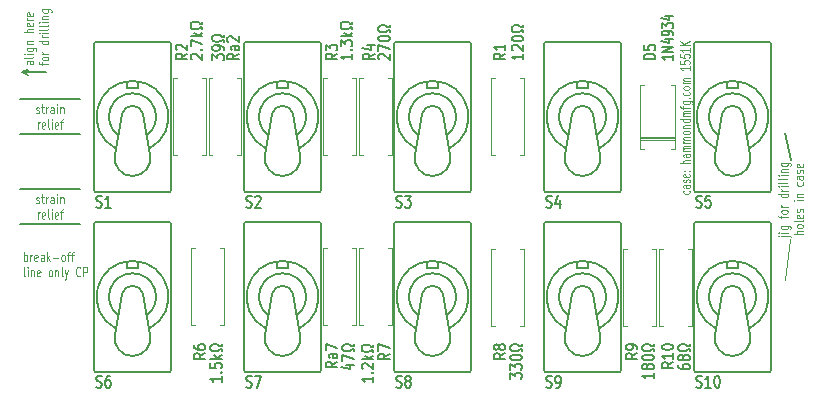
<source format=gbr>
%TF.GenerationSoftware,KiCad,Pcbnew,(5.1.7-0-10_14)*%
%TF.CreationDate,2021-01-17T02:16:49+01:00*%
%TF.ProjectId,CP-PP-miniEVsimulator,43502d50-502d-46d6-996e-69455673696d,rev?*%
%TF.SameCoordinates,Original*%
%TF.FileFunction,Legend,Top*%
%TF.FilePolarity,Positive*%
%FSLAX46Y46*%
G04 Gerber Fmt 4.6, Leading zero omitted, Abs format (unit mm)*
G04 Created by KiCad (PCBNEW (5.1.7-0-10_14)) date 2021-01-17 02:16:49*
%MOMM*%
%LPD*%
G01*
G04 APERTURE LIST*
%ADD10C,0.100000*%
%ADD11C,0.150000*%
%ADD12C,0.120000*%
G04 APERTURE END LIST*
D10*
X156845000Y-145923000D02*
X157226000Y-142430500D01*
X92409857Y-144301404D02*
X92409857Y-143501404D01*
X92409857Y-143806166D02*
X92467000Y-143768071D01*
X92581285Y-143768071D01*
X92638428Y-143806166D01*
X92667000Y-143844261D01*
X92695571Y-143920452D01*
X92695571Y-144149023D01*
X92667000Y-144225214D01*
X92638428Y-144263309D01*
X92581285Y-144301404D01*
X92467000Y-144301404D01*
X92409857Y-144263309D01*
X92952714Y-144301404D02*
X92952714Y-143768071D01*
X92952714Y-143920452D02*
X92981285Y-143844261D01*
X93009857Y-143806166D01*
X93067000Y-143768071D01*
X93124142Y-143768071D01*
X93552714Y-144263309D02*
X93495571Y-144301404D01*
X93381285Y-144301404D01*
X93324142Y-144263309D01*
X93295571Y-144187119D01*
X93295571Y-143882357D01*
X93324142Y-143806166D01*
X93381285Y-143768071D01*
X93495571Y-143768071D01*
X93552714Y-143806166D01*
X93581285Y-143882357D01*
X93581285Y-143958547D01*
X93295571Y-144034738D01*
X94095571Y-144301404D02*
X94095571Y-143882357D01*
X94067000Y-143806166D01*
X94009857Y-143768071D01*
X93895571Y-143768071D01*
X93838428Y-143806166D01*
X94095571Y-144263309D02*
X94038428Y-144301404D01*
X93895571Y-144301404D01*
X93838428Y-144263309D01*
X93809857Y-144187119D01*
X93809857Y-144110928D01*
X93838428Y-144034738D01*
X93895571Y-143996642D01*
X94038428Y-143996642D01*
X94095571Y-143958547D01*
X94381285Y-144301404D02*
X94381285Y-143501404D01*
X94438428Y-143996642D02*
X94609857Y-144301404D01*
X94609857Y-143768071D02*
X94381285Y-144072833D01*
X94867000Y-143996642D02*
X95324142Y-143996642D01*
X95695571Y-144301404D02*
X95638428Y-144263309D01*
X95609857Y-144225214D01*
X95581285Y-144149023D01*
X95581285Y-143920452D01*
X95609857Y-143844261D01*
X95638428Y-143806166D01*
X95695571Y-143768071D01*
X95781285Y-143768071D01*
X95838428Y-143806166D01*
X95867000Y-143844261D01*
X95895571Y-143920452D01*
X95895571Y-144149023D01*
X95867000Y-144225214D01*
X95838428Y-144263309D01*
X95781285Y-144301404D01*
X95695571Y-144301404D01*
X96067000Y-143768071D02*
X96295571Y-143768071D01*
X96152714Y-144301404D02*
X96152714Y-143615690D01*
X96181285Y-143539500D01*
X96238428Y-143501404D01*
X96295571Y-143501404D01*
X96409857Y-143768071D02*
X96638428Y-143768071D01*
X96495571Y-144301404D02*
X96495571Y-143615690D01*
X96524142Y-143539500D01*
X96581285Y-143501404D01*
X96638428Y-143501404D01*
X92495571Y-145601404D02*
X92438428Y-145563309D01*
X92409857Y-145487119D01*
X92409857Y-144801404D01*
X92724142Y-145601404D02*
X92724142Y-145068071D01*
X92724142Y-144801404D02*
X92695571Y-144839500D01*
X92724142Y-144877595D01*
X92752714Y-144839500D01*
X92724142Y-144801404D01*
X92724142Y-144877595D01*
X93009857Y-145068071D02*
X93009857Y-145601404D01*
X93009857Y-145144261D02*
X93038428Y-145106166D01*
X93095571Y-145068071D01*
X93181285Y-145068071D01*
X93238428Y-145106166D01*
X93267000Y-145182357D01*
X93267000Y-145601404D01*
X93781285Y-145563309D02*
X93724142Y-145601404D01*
X93609857Y-145601404D01*
X93552714Y-145563309D01*
X93524142Y-145487119D01*
X93524142Y-145182357D01*
X93552714Y-145106166D01*
X93609857Y-145068071D01*
X93724142Y-145068071D01*
X93781285Y-145106166D01*
X93809857Y-145182357D01*
X93809857Y-145258547D01*
X93524142Y-145334738D01*
X94609857Y-145601404D02*
X94552714Y-145563309D01*
X94524142Y-145525214D01*
X94495571Y-145449023D01*
X94495571Y-145220452D01*
X94524142Y-145144261D01*
X94552714Y-145106166D01*
X94609857Y-145068071D01*
X94695571Y-145068071D01*
X94752714Y-145106166D01*
X94781285Y-145144261D01*
X94809857Y-145220452D01*
X94809857Y-145449023D01*
X94781285Y-145525214D01*
X94752714Y-145563309D01*
X94695571Y-145601404D01*
X94609857Y-145601404D01*
X95067000Y-145068071D02*
X95067000Y-145601404D01*
X95067000Y-145144261D02*
X95095571Y-145106166D01*
X95152714Y-145068071D01*
X95238428Y-145068071D01*
X95295571Y-145106166D01*
X95324142Y-145182357D01*
X95324142Y-145601404D01*
X95695571Y-145601404D02*
X95638428Y-145563309D01*
X95609857Y-145487119D01*
X95609857Y-144801404D01*
X95867000Y-145068071D02*
X96009857Y-145601404D01*
X96152714Y-145068071D02*
X96009857Y-145601404D01*
X95952714Y-145791880D01*
X95924142Y-145829976D01*
X95867000Y-145868071D01*
X97181285Y-145525214D02*
X97152714Y-145563309D01*
X97067000Y-145601404D01*
X97009857Y-145601404D01*
X96924142Y-145563309D01*
X96867000Y-145487119D01*
X96838428Y-145410928D01*
X96809857Y-145258547D01*
X96809857Y-145144261D01*
X96838428Y-144991880D01*
X96867000Y-144915690D01*
X96924142Y-144839500D01*
X97009857Y-144801404D01*
X97067000Y-144801404D01*
X97152714Y-144839500D01*
X97181285Y-144877595D01*
X97438428Y-145601404D02*
X97438428Y-144801404D01*
X97667000Y-144801404D01*
X97724142Y-144839500D01*
X97752714Y-144877595D01*
X97781285Y-144953785D01*
X97781285Y-145068071D01*
X97752714Y-145144261D01*
X97724142Y-145182357D01*
X97667000Y-145220452D01*
X97438428Y-145220452D01*
X93443571Y-131753809D02*
X93500714Y-131791904D01*
X93615000Y-131791904D01*
X93672142Y-131753809D01*
X93700714Y-131677619D01*
X93700714Y-131639523D01*
X93672142Y-131563333D01*
X93615000Y-131525238D01*
X93529285Y-131525238D01*
X93472142Y-131487142D01*
X93443571Y-131410952D01*
X93443571Y-131372857D01*
X93472142Y-131296666D01*
X93529285Y-131258571D01*
X93615000Y-131258571D01*
X93672142Y-131296666D01*
X93872142Y-131258571D02*
X94100714Y-131258571D01*
X93957857Y-130991904D02*
X93957857Y-131677619D01*
X93986428Y-131753809D01*
X94043571Y-131791904D01*
X94100714Y-131791904D01*
X94300714Y-131791904D02*
X94300714Y-131258571D01*
X94300714Y-131410952D02*
X94329285Y-131334761D01*
X94357857Y-131296666D01*
X94415000Y-131258571D01*
X94472142Y-131258571D01*
X94929285Y-131791904D02*
X94929285Y-131372857D01*
X94900714Y-131296666D01*
X94843571Y-131258571D01*
X94729285Y-131258571D01*
X94672142Y-131296666D01*
X94929285Y-131753809D02*
X94872142Y-131791904D01*
X94729285Y-131791904D01*
X94672142Y-131753809D01*
X94643571Y-131677619D01*
X94643571Y-131601428D01*
X94672142Y-131525238D01*
X94729285Y-131487142D01*
X94872142Y-131487142D01*
X94929285Y-131449047D01*
X95215000Y-131791904D02*
X95215000Y-131258571D01*
X95215000Y-130991904D02*
X95186428Y-131030000D01*
X95215000Y-131068095D01*
X95243571Y-131030000D01*
X95215000Y-130991904D01*
X95215000Y-131068095D01*
X95500714Y-131258571D02*
X95500714Y-131791904D01*
X95500714Y-131334761D02*
X95529285Y-131296666D01*
X95586428Y-131258571D01*
X95672142Y-131258571D01*
X95729285Y-131296666D01*
X95757857Y-131372857D01*
X95757857Y-131791904D01*
X93586428Y-133091904D02*
X93586428Y-132558571D01*
X93586428Y-132710952D02*
X93615000Y-132634761D01*
X93643571Y-132596666D01*
X93700714Y-132558571D01*
X93757857Y-132558571D01*
X94186428Y-133053809D02*
X94129285Y-133091904D01*
X94015000Y-133091904D01*
X93957857Y-133053809D01*
X93929285Y-132977619D01*
X93929285Y-132672857D01*
X93957857Y-132596666D01*
X94015000Y-132558571D01*
X94129285Y-132558571D01*
X94186428Y-132596666D01*
X94215000Y-132672857D01*
X94215000Y-132749047D01*
X93929285Y-132825238D01*
X94557857Y-133091904D02*
X94500714Y-133053809D01*
X94472142Y-132977619D01*
X94472142Y-132291904D01*
X94786428Y-133091904D02*
X94786428Y-132558571D01*
X94786428Y-132291904D02*
X94757857Y-132330000D01*
X94786428Y-132368095D01*
X94815000Y-132330000D01*
X94786428Y-132291904D01*
X94786428Y-132368095D01*
X95300714Y-133053809D02*
X95243571Y-133091904D01*
X95129285Y-133091904D01*
X95072142Y-133053809D01*
X95043571Y-132977619D01*
X95043571Y-132672857D01*
X95072142Y-132596666D01*
X95129285Y-132558571D01*
X95243571Y-132558571D01*
X95300714Y-132596666D01*
X95329285Y-132672857D01*
X95329285Y-132749047D01*
X95043571Y-132825238D01*
X95500714Y-132558571D02*
X95729285Y-132558571D01*
X95586428Y-133091904D02*
X95586428Y-132406190D01*
X95615000Y-132330000D01*
X95672142Y-132291904D01*
X95729285Y-132291904D01*
D11*
X157353000Y-135699500D02*
X156845000Y-133477000D01*
X92250000Y-128330000D02*
X94250000Y-128330000D01*
X92250000Y-128330000D02*
X92750000Y-128080000D01*
X92250000Y-128330000D02*
X92750000Y-128580000D01*
D10*
X156531571Y-142165000D02*
X157217285Y-142165000D01*
X157293476Y-142193571D01*
X157331571Y-142250714D01*
X157331571Y-142279285D01*
X156264904Y-142165000D02*
X156303000Y-142193571D01*
X156341095Y-142165000D01*
X156303000Y-142136428D01*
X156264904Y-142165000D01*
X156341095Y-142165000D01*
X157064904Y-141879285D02*
X156531571Y-141879285D01*
X156264904Y-141879285D02*
X156303000Y-141907857D01*
X156341095Y-141879285D01*
X156303000Y-141850714D01*
X156264904Y-141879285D01*
X156341095Y-141879285D01*
X156531571Y-141336428D02*
X157179190Y-141336428D01*
X157255380Y-141365000D01*
X157293476Y-141393571D01*
X157331571Y-141450714D01*
X157331571Y-141536428D01*
X157293476Y-141593571D01*
X157026809Y-141336428D02*
X157064904Y-141393571D01*
X157064904Y-141507857D01*
X157026809Y-141565000D01*
X156988714Y-141593571D01*
X156912523Y-141622142D01*
X156683952Y-141622142D01*
X156607761Y-141593571D01*
X156569666Y-141565000D01*
X156531571Y-141507857D01*
X156531571Y-141393571D01*
X156569666Y-141336428D01*
X156531571Y-140679285D02*
X156531571Y-140450714D01*
X157064904Y-140593571D02*
X156379190Y-140593571D01*
X156303000Y-140565000D01*
X156264904Y-140507857D01*
X156264904Y-140450714D01*
X157064904Y-140165000D02*
X157026809Y-140222142D01*
X156988714Y-140250714D01*
X156912523Y-140279285D01*
X156683952Y-140279285D01*
X156607761Y-140250714D01*
X156569666Y-140222142D01*
X156531571Y-140165000D01*
X156531571Y-140079285D01*
X156569666Y-140022142D01*
X156607761Y-139993571D01*
X156683952Y-139965000D01*
X156912523Y-139965000D01*
X156988714Y-139993571D01*
X157026809Y-140022142D01*
X157064904Y-140079285D01*
X157064904Y-140165000D01*
X157064904Y-139707857D02*
X156531571Y-139707857D01*
X156683952Y-139707857D02*
X156607761Y-139679285D01*
X156569666Y-139650714D01*
X156531571Y-139593571D01*
X156531571Y-139536428D01*
X157064904Y-138622142D02*
X156264904Y-138622142D01*
X157026809Y-138622142D02*
X157064904Y-138679285D01*
X157064904Y-138793571D01*
X157026809Y-138850714D01*
X156988714Y-138879285D01*
X156912523Y-138907857D01*
X156683952Y-138907857D01*
X156607761Y-138879285D01*
X156569666Y-138850714D01*
X156531571Y-138793571D01*
X156531571Y-138679285D01*
X156569666Y-138622142D01*
X157064904Y-138336428D02*
X156531571Y-138336428D01*
X156683952Y-138336428D02*
X156607761Y-138307857D01*
X156569666Y-138279285D01*
X156531571Y-138222142D01*
X156531571Y-138165000D01*
X157064904Y-137965000D02*
X156531571Y-137965000D01*
X156264904Y-137965000D02*
X156303000Y-137993571D01*
X156341095Y-137965000D01*
X156303000Y-137936428D01*
X156264904Y-137965000D01*
X156341095Y-137965000D01*
X157064904Y-137593571D02*
X157026809Y-137650714D01*
X156950619Y-137679285D01*
X156264904Y-137679285D01*
X157064904Y-137279285D02*
X157026809Y-137336428D01*
X156950619Y-137365000D01*
X156264904Y-137365000D01*
X157064904Y-137050714D02*
X156531571Y-137050714D01*
X156264904Y-137050714D02*
X156303000Y-137079285D01*
X156341095Y-137050714D01*
X156303000Y-137022142D01*
X156264904Y-137050714D01*
X156341095Y-137050714D01*
X156531571Y-136765000D02*
X157064904Y-136765000D01*
X156607761Y-136765000D02*
X156569666Y-136736428D01*
X156531571Y-136679285D01*
X156531571Y-136593571D01*
X156569666Y-136536428D01*
X156645857Y-136507857D01*
X157064904Y-136507857D01*
X156531571Y-135965000D02*
X157179190Y-135965000D01*
X157255380Y-135993571D01*
X157293476Y-136022142D01*
X157331571Y-136079285D01*
X157331571Y-136165000D01*
X157293476Y-136222142D01*
X157026809Y-135965000D02*
X157064904Y-136022142D01*
X157064904Y-136136428D01*
X157026809Y-136193571D01*
X156988714Y-136222142D01*
X156912523Y-136250714D01*
X156683952Y-136250714D01*
X156607761Y-136222142D01*
X156569666Y-136193571D01*
X156531571Y-136136428D01*
X156531571Y-136022142D01*
X156569666Y-135965000D01*
X158364904Y-142022142D02*
X157564904Y-142022142D01*
X158364904Y-141765000D02*
X157945857Y-141765000D01*
X157869666Y-141793571D01*
X157831571Y-141850714D01*
X157831571Y-141936428D01*
X157869666Y-141993571D01*
X157907761Y-142022142D01*
X158364904Y-141393571D02*
X158326809Y-141450714D01*
X158288714Y-141479285D01*
X158212523Y-141507857D01*
X157983952Y-141507857D01*
X157907761Y-141479285D01*
X157869666Y-141450714D01*
X157831571Y-141393571D01*
X157831571Y-141307857D01*
X157869666Y-141250714D01*
X157907761Y-141222142D01*
X157983952Y-141193571D01*
X158212523Y-141193571D01*
X158288714Y-141222142D01*
X158326809Y-141250714D01*
X158364904Y-141307857D01*
X158364904Y-141393571D01*
X158364904Y-140850714D02*
X158326809Y-140907857D01*
X158250619Y-140936428D01*
X157564904Y-140936428D01*
X158326809Y-140393571D02*
X158364904Y-140450714D01*
X158364904Y-140565000D01*
X158326809Y-140622142D01*
X158250619Y-140650714D01*
X157945857Y-140650714D01*
X157869666Y-140622142D01*
X157831571Y-140565000D01*
X157831571Y-140450714D01*
X157869666Y-140393571D01*
X157945857Y-140365000D01*
X158022047Y-140365000D01*
X158098238Y-140650714D01*
X158326809Y-140136428D02*
X158364904Y-140079285D01*
X158364904Y-139965000D01*
X158326809Y-139907857D01*
X158250619Y-139879285D01*
X158212523Y-139879285D01*
X158136333Y-139907857D01*
X158098238Y-139965000D01*
X158098238Y-140050714D01*
X158060142Y-140107857D01*
X157983952Y-140136428D01*
X157945857Y-140136428D01*
X157869666Y-140107857D01*
X157831571Y-140050714D01*
X157831571Y-139965000D01*
X157869666Y-139907857D01*
X158364904Y-139165000D02*
X157831571Y-139165000D01*
X157564904Y-139165000D02*
X157603000Y-139193571D01*
X157641095Y-139165000D01*
X157603000Y-139136428D01*
X157564904Y-139165000D01*
X157641095Y-139165000D01*
X157831571Y-138879285D02*
X158364904Y-138879285D01*
X157907761Y-138879285D02*
X157869666Y-138850714D01*
X157831571Y-138793571D01*
X157831571Y-138707857D01*
X157869666Y-138650714D01*
X157945857Y-138622142D01*
X158364904Y-138622142D01*
X158326809Y-137622142D02*
X158364904Y-137679285D01*
X158364904Y-137793571D01*
X158326809Y-137850714D01*
X158288714Y-137879285D01*
X158212523Y-137907857D01*
X157983952Y-137907857D01*
X157907761Y-137879285D01*
X157869666Y-137850714D01*
X157831571Y-137793571D01*
X157831571Y-137679285D01*
X157869666Y-137622142D01*
X158364904Y-137107857D02*
X157945857Y-137107857D01*
X157869666Y-137136428D01*
X157831571Y-137193571D01*
X157831571Y-137307857D01*
X157869666Y-137365000D01*
X158326809Y-137107857D02*
X158364904Y-137165000D01*
X158364904Y-137307857D01*
X158326809Y-137365000D01*
X158250619Y-137393571D01*
X158174428Y-137393571D01*
X158098238Y-137365000D01*
X158060142Y-137307857D01*
X158060142Y-137165000D01*
X158022047Y-137107857D01*
X158326809Y-136850714D02*
X158364904Y-136793571D01*
X158364904Y-136679285D01*
X158326809Y-136622142D01*
X158250619Y-136593571D01*
X158212523Y-136593571D01*
X158136333Y-136622142D01*
X158098238Y-136679285D01*
X158098238Y-136765000D01*
X158060142Y-136822142D01*
X157983952Y-136850714D01*
X157945857Y-136850714D01*
X157869666Y-136822142D01*
X157831571Y-136765000D01*
X157831571Y-136679285D01*
X157869666Y-136622142D01*
X158326809Y-136107857D02*
X158364904Y-136165000D01*
X158364904Y-136279285D01*
X158326809Y-136336428D01*
X158250619Y-136365000D01*
X157945857Y-136365000D01*
X157869666Y-136336428D01*
X157831571Y-136279285D01*
X157831571Y-136165000D01*
X157869666Y-136107857D01*
X157945857Y-136079285D01*
X158022047Y-136079285D01*
X158098238Y-136365000D01*
X148723309Y-138324452D02*
X148761404Y-138376833D01*
X148761404Y-138481595D01*
X148723309Y-138533976D01*
X148685214Y-138560166D01*
X148609023Y-138586357D01*
X148380452Y-138586357D01*
X148304261Y-138560166D01*
X148266166Y-138533976D01*
X148228071Y-138481595D01*
X148228071Y-138376833D01*
X148266166Y-138324452D01*
X148761404Y-137853023D02*
X148342357Y-137853023D01*
X148266166Y-137879214D01*
X148228071Y-137931595D01*
X148228071Y-138036357D01*
X148266166Y-138088738D01*
X148723309Y-137853023D02*
X148761404Y-137905404D01*
X148761404Y-138036357D01*
X148723309Y-138088738D01*
X148647119Y-138114928D01*
X148570928Y-138114928D01*
X148494738Y-138088738D01*
X148456642Y-138036357D01*
X148456642Y-137905404D01*
X148418547Y-137853023D01*
X148723309Y-137617309D02*
X148761404Y-137564928D01*
X148761404Y-137460166D01*
X148723309Y-137407785D01*
X148647119Y-137381595D01*
X148609023Y-137381595D01*
X148532833Y-137407785D01*
X148494738Y-137460166D01*
X148494738Y-137538738D01*
X148456642Y-137591119D01*
X148380452Y-137617309D01*
X148342357Y-137617309D01*
X148266166Y-137591119D01*
X148228071Y-137538738D01*
X148228071Y-137460166D01*
X148266166Y-137407785D01*
X148723309Y-136936357D02*
X148761404Y-136988738D01*
X148761404Y-137093500D01*
X148723309Y-137145880D01*
X148647119Y-137172071D01*
X148342357Y-137172071D01*
X148266166Y-137145880D01*
X148228071Y-137093500D01*
X148228071Y-136988738D01*
X148266166Y-136936357D01*
X148342357Y-136910166D01*
X148418547Y-136910166D01*
X148494738Y-137172071D01*
X148685214Y-136674452D02*
X148723309Y-136648261D01*
X148761404Y-136674452D01*
X148723309Y-136700642D01*
X148685214Y-136674452D01*
X148761404Y-136674452D01*
X148266166Y-136674452D02*
X148304261Y-136648261D01*
X148342357Y-136674452D01*
X148304261Y-136700642D01*
X148266166Y-136674452D01*
X148342357Y-136674452D01*
X148761404Y-135993500D02*
X147961404Y-135993500D01*
X148761404Y-135757785D02*
X148342357Y-135757785D01*
X148266166Y-135783976D01*
X148228071Y-135836357D01*
X148228071Y-135914928D01*
X148266166Y-135967309D01*
X148304261Y-135993500D01*
X148761404Y-135260166D02*
X148342357Y-135260166D01*
X148266166Y-135286357D01*
X148228071Y-135338738D01*
X148228071Y-135443500D01*
X148266166Y-135495880D01*
X148723309Y-135260166D02*
X148761404Y-135312547D01*
X148761404Y-135443500D01*
X148723309Y-135495880D01*
X148647119Y-135522071D01*
X148570928Y-135522071D01*
X148494738Y-135495880D01*
X148456642Y-135443500D01*
X148456642Y-135312547D01*
X148418547Y-135260166D01*
X148761404Y-134998261D02*
X148228071Y-134998261D01*
X148304261Y-134998261D02*
X148266166Y-134972071D01*
X148228071Y-134919690D01*
X148228071Y-134841119D01*
X148266166Y-134788738D01*
X148342357Y-134762547D01*
X148761404Y-134762547D01*
X148342357Y-134762547D02*
X148266166Y-134736357D01*
X148228071Y-134683976D01*
X148228071Y-134605404D01*
X148266166Y-134553023D01*
X148342357Y-134526833D01*
X148761404Y-134526833D01*
X148761404Y-134264928D02*
X148228071Y-134264928D01*
X148304261Y-134264928D02*
X148266166Y-134238738D01*
X148228071Y-134186357D01*
X148228071Y-134107785D01*
X148266166Y-134055404D01*
X148342357Y-134029214D01*
X148761404Y-134029214D01*
X148342357Y-134029214D02*
X148266166Y-134003023D01*
X148228071Y-133950642D01*
X148228071Y-133872071D01*
X148266166Y-133819690D01*
X148342357Y-133793500D01*
X148761404Y-133793500D01*
X148761404Y-133453023D02*
X148723309Y-133505404D01*
X148685214Y-133531595D01*
X148609023Y-133557785D01*
X148380452Y-133557785D01*
X148304261Y-133531595D01*
X148266166Y-133505404D01*
X148228071Y-133453023D01*
X148228071Y-133374452D01*
X148266166Y-133322071D01*
X148304261Y-133295880D01*
X148380452Y-133269690D01*
X148609023Y-133269690D01*
X148685214Y-133295880D01*
X148723309Y-133322071D01*
X148761404Y-133374452D01*
X148761404Y-133453023D01*
X148228071Y-133033976D02*
X148761404Y-133033976D01*
X148304261Y-133033976D02*
X148266166Y-133007785D01*
X148228071Y-132955404D01*
X148228071Y-132876833D01*
X148266166Y-132824452D01*
X148342357Y-132798261D01*
X148761404Y-132798261D01*
X148761404Y-132300642D02*
X147961404Y-132300642D01*
X148723309Y-132300642D02*
X148761404Y-132353023D01*
X148761404Y-132457785D01*
X148723309Y-132510166D01*
X148685214Y-132536357D01*
X148609023Y-132562547D01*
X148380452Y-132562547D01*
X148304261Y-132536357D01*
X148266166Y-132510166D01*
X148228071Y-132457785D01*
X148228071Y-132353023D01*
X148266166Y-132300642D01*
X148761404Y-132038738D02*
X148228071Y-132038738D01*
X148304261Y-132038738D02*
X148266166Y-132012547D01*
X148228071Y-131960166D01*
X148228071Y-131881595D01*
X148266166Y-131829214D01*
X148342357Y-131803023D01*
X148761404Y-131803023D01*
X148342357Y-131803023D02*
X148266166Y-131776833D01*
X148228071Y-131724452D01*
X148228071Y-131645880D01*
X148266166Y-131593500D01*
X148342357Y-131567309D01*
X148761404Y-131567309D01*
X148228071Y-131383976D02*
X148228071Y-131174452D01*
X148761404Y-131305404D02*
X148075690Y-131305404D01*
X147999500Y-131279214D01*
X147961404Y-131226833D01*
X147961404Y-131174452D01*
X148228071Y-130755404D02*
X148875690Y-130755404D01*
X148951880Y-130781595D01*
X148989976Y-130807785D01*
X149028071Y-130860166D01*
X149028071Y-130938738D01*
X148989976Y-130991119D01*
X148723309Y-130755404D02*
X148761404Y-130807785D01*
X148761404Y-130912547D01*
X148723309Y-130964928D01*
X148685214Y-130991119D01*
X148609023Y-131017309D01*
X148380452Y-131017309D01*
X148304261Y-130991119D01*
X148266166Y-130964928D01*
X148228071Y-130912547D01*
X148228071Y-130807785D01*
X148266166Y-130755404D01*
X148685214Y-130493500D02*
X148723309Y-130467309D01*
X148761404Y-130493500D01*
X148723309Y-130519690D01*
X148685214Y-130493500D01*
X148761404Y-130493500D01*
X148723309Y-129995880D02*
X148761404Y-130048261D01*
X148761404Y-130153023D01*
X148723309Y-130205404D01*
X148685214Y-130231595D01*
X148609023Y-130257785D01*
X148380452Y-130257785D01*
X148304261Y-130231595D01*
X148266166Y-130205404D01*
X148228071Y-130153023D01*
X148228071Y-130048261D01*
X148266166Y-129995880D01*
X148761404Y-129681595D02*
X148723309Y-129733976D01*
X148685214Y-129760166D01*
X148609023Y-129786357D01*
X148380452Y-129786357D01*
X148304261Y-129760166D01*
X148266166Y-129733976D01*
X148228071Y-129681595D01*
X148228071Y-129603023D01*
X148266166Y-129550642D01*
X148304261Y-129524452D01*
X148380452Y-129498261D01*
X148609023Y-129498261D01*
X148685214Y-129524452D01*
X148723309Y-129550642D01*
X148761404Y-129603023D01*
X148761404Y-129681595D01*
X148761404Y-129262547D02*
X148228071Y-129262547D01*
X148304261Y-129262547D02*
X148266166Y-129236357D01*
X148228071Y-129183976D01*
X148228071Y-129105404D01*
X148266166Y-129053023D01*
X148342357Y-129026833D01*
X148761404Y-129026833D01*
X148342357Y-129026833D02*
X148266166Y-129000642D01*
X148228071Y-128948261D01*
X148228071Y-128869690D01*
X148266166Y-128817309D01*
X148342357Y-128791119D01*
X148761404Y-128791119D01*
X148761404Y-127822071D02*
X148761404Y-128136357D01*
X148761404Y-127979214D02*
X147961404Y-127979214D01*
X148075690Y-128031595D01*
X148151880Y-128083976D01*
X148189976Y-128136357D01*
X147961404Y-127324452D02*
X147961404Y-127586357D01*
X148342357Y-127612547D01*
X148304261Y-127586357D01*
X148266166Y-127533976D01*
X148266166Y-127403023D01*
X148304261Y-127350642D01*
X148342357Y-127324452D01*
X148418547Y-127298261D01*
X148609023Y-127298261D01*
X148685214Y-127324452D01*
X148723309Y-127350642D01*
X148761404Y-127403023D01*
X148761404Y-127533976D01*
X148723309Y-127586357D01*
X148685214Y-127612547D01*
X147961404Y-126800642D02*
X147961404Y-127062547D01*
X148342357Y-127088738D01*
X148304261Y-127062547D01*
X148266166Y-127010166D01*
X148266166Y-126879214D01*
X148304261Y-126826833D01*
X148342357Y-126800642D01*
X148418547Y-126774452D01*
X148609023Y-126774452D01*
X148685214Y-126800642D01*
X148723309Y-126826833D01*
X148761404Y-126879214D01*
X148761404Y-127010166D01*
X148723309Y-127062547D01*
X148685214Y-127088738D01*
X148761404Y-126250642D02*
X148761404Y-126564928D01*
X148761404Y-126407785D02*
X147961404Y-126407785D01*
X148075690Y-126460166D01*
X148151880Y-126512547D01*
X148189976Y-126564928D01*
X148761404Y-126014928D02*
X147961404Y-126014928D01*
X148761404Y-125700642D02*
X148304261Y-125936357D01*
X147961404Y-125700642D02*
X148418547Y-126014928D01*
X93183904Y-127365000D02*
X92764857Y-127365000D01*
X92688666Y-127393571D01*
X92650571Y-127450714D01*
X92650571Y-127565000D01*
X92688666Y-127622142D01*
X93145809Y-127365000D02*
X93183904Y-127422142D01*
X93183904Y-127565000D01*
X93145809Y-127622142D01*
X93069619Y-127650714D01*
X92993428Y-127650714D01*
X92917238Y-127622142D01*
X92879142Y-127565000D01*
X92879142Y-127422142D01*
X92841047Y-127365000D01*
X93183904Y-126993571D02*
X93145809Y-127050714D01*
X93069619Y-127079285D01*
X92383904Y-127079285D01*
X93183904Y-126765000D02*
X92650571Y-126765000D01*
X92383904Y-126765000D02*
X92422000Y-126793571D01*
X92460095Y-126765000D01*
X92422000Y-126736428D01*
X92383904Y-126765000D01*
X92460095Y-126765000D01*
X92650571Y-126222142D02*
X93298190Y-126222142D01*
X93374380Y-126250714D01*
X93412476Y-126279285D01*
X93450571Y-126336428D01*
X93450571Y-126422142D01*
X93412476Y-126479285D01*
X93145809Y-126222142D02*
X93183904Y-126279285D01*
X93183904Y-126393571D01*
X93145809Y-126450714D01*
X93107714Y-126479285D01*
X93031523Y-126507857D01*
X92802952Y-126507857D01*
X92726761Y-126479285D01*
X92688666Y-126450714D01*
X92650571Y-126393571D01*
X92650571Y-126279285D01*
X92688666Y-126222142D01*
X92650571Y-125936428D02*
X93183904Y-125936428D01*
X92726761Y-125936428D02*
X92688666Y-125907857D01*
X92650571Y-125850714D01*
X92650571Y-125765000D01*
X92688666Y-125707857D01*
X92764857Y-125679285D01*
X93183904Y-125679285D01*
X93183904Y-124936428D02*
X92383904Y-124936428D01*
X93183904Y-124679285D02*
X92764857Y-124679285D01*
X92688666Y-124707857D01*
X92650571Y-124765000D01*
X92650571Y-124850714D01*
X92688666Y-124907857D01*
X92726761Y-124936428D01*
X93145809Y-124165000D02*
X93183904Y-124222142D01*
X93183904Y-124336428D01*
X93145809Y-124393571D01*
X93069619Y-124422142D01*
X92764857Y-124422142D01*
X92688666Y-124393571D01*
X92650571Y-124336428D01*
X92650571Y-124222142D01*
X92688666Y-124165000D01*
X92764857Y-124136428D01*
X92841047Y-124136428D01*
X92917238Y-124422142D01*
X93183904Y-123879285D02*
X92650571Y-123879285D01*
X92802952Y-123879285D02*
X92726761Y-123850714D01*
X92688666Y-123822142D01*
X92650571Y-123765000D01*
X92650571Y-123707857D01*
X93145809Y-123279285D02*
X93183904Y-123336428D01*
X93183904Y-123450714D01*
X93145809Y-123507857D01*
X93069619Y-123536428D01*
X92764857Y-123536428D01*
X92688666Y-123507857D01*
X92650571Y-123450714D01*
X92650571Y-123336428D01*
X92688666Y-123279285D01*
X92764857Y-123250714D01*
X92841047Y-123250714D01*
X92917238Y-123536428D01*
X93950571Y-127707857D02*
X93950571Y-127479285D01*
X94483904Y-127622142D02*
X93798190Y-127622142D01*
X93722000Y-127593571D01*
X93683904Y-127536428D01*
X93683904Y-127479285D01*
X94483904Y-127193571D02*
X94445809Y-127250714D01*
X94407714Y-127279285D01*
X94331523Y-127307857D01*
X94102952Y-127307857D01*
X94026761Y-127279285D01*
X93988666Y-127250714D01*
X93950571Y-127193571D01*
X93950571Y-127107857D01*
X93988666Y-127050714D01*
X94026761Y-127022142D01*
X94102952Y-126993571D01*
X94331523Y-126993571D01*
X94407714Y-127022142D01*
X94445809Y-127050714D01*
X94483904Y-127107857D01*
X94483904Y-127193571D01*
X94483904Y-126736428D02*
X93950571Y-126736428D01*
X94102952Y-126736428D02*
X94026761Y-126707857D01*
X93988666Y-126679285D01*
X93950571Y-126622142D01*
X93950571Y-126565000D01*
X94483904Y-125650714D02*
X93683904Y-125650714D01*
X94445809Y-125650714D02*
X94483904Y-125707857D01*
X94483904Y-125822142D01*
X94445809Y-125879285D01*
X94407714Y-125907857D01*
X94331523Y-125936428D01*
X94102952Y-125936428D01*
X94026761Y-125907857D01*
X93988666Y-125879285D01*
X93950571Y-125822142D01*
X93950571Y-125707857D01*
X93988666Y-125650714D01*
X94483904Y-125365000D02*
X93950571Y-125365000D01*
X94102952Y-125365000D02*
X94026761Y-125336428D01*
X93988666Y-125307857D01*
X93950571Y-125250714D01*
X93950571Y-125193571D01*
X94483904Y-124993571D02*
X93950571Y-124993571D01*
X93683904Y-124993571D02*
X93722000Y-125022142D01*
X93760095Y-124993571D01*
X93722000Y-124965000D01*
X93683904Y-124993571D01*
X93760095Y-124993571D01*
X94483904Y-124622142D02*
X94445809Y-124679285D01*
X94369619Y-124707857D01*
X93683904Y-124707857D01*
X94483904Y-124307857D02*
X94445809Y-124365000D01*
X94369619Y-124393571D01*
X93683904Y-124393571D01*
X94483904Y-124079285D02*
X93950571Y-124079285D01*
X93683904Y-124079285D02*
X93722000Y-124107857D01*
X93760095Y-124079285D01*
X93722000Y-124050714D01*
X93683904Y-124079285D01*
X93760095Y-124079285D01*
X93950571Y-123793571D02*
X94483904Y-123793571D01*
X94026761Y-123793571D02*
X93988666Y-123765000D01*
X93950571Y-123707857D01*
X93950571Y-123622142D01*
X93988666Y-123565000D01*
X94064857Y-123536428D01*
X94483904Y-123536428D01*
X93950571Y-122993571D02*
X94598190Y-122993571D01*
X94674380Y-123022142D01*
X94712476Y-123050714D01*
X94750571Y-123107857D01*
X94750571Y-123193571D01*
X94712476Y-123250714D01*
X94445809Y-122993571D02*
X94483904Y-123050714D01*
X94483904Y-123165000D01*
X94445809Y-123222142D01*
X94407714Y-123250714D01*
X94331523Y-123279285D01*
X94102952Y-123279285D01*
X94026761Y-123250714D01*
X93988666Y-123222142D01*
X93950571Y-123165000D01*
X93950571Y-123050714D01*
X93988666Y-122993571D01*
X93443571Y-139373809D02*
X93500714Y-139411904D01*
X93615000Y-139411904D01*
X93672142Y-139373809D01*
X93700714Y-139297619D01*
X93700714Y-139259523D01*
X93672142Y-139183333D01*
X93615000Y-139145238D01*
X93529285Y-139145238D01*
X93472142Y-139107142D01*
X93443571Y-139030952D01*
X93443571Y-138992857D01*
X93472142Y-138916666D01*
X93529285Y-138878571D01*
X93615000Y-138878571D01*
X93672142Y-138916666D01*
X93872142Y-138878571D02*
X94100714Y-138878571D01*
X93957857Y-138611904D02*
X93957857Y-139297619D01*
X93986428Y-139373809D01*
X94043571Y-139411904D01*
X94100714Y-139411904D01*
X94300714Y-139411904D02*
X94300714Y-138878571D01*
X94300714Y-139030952D02*
X94329285Y-138954761D01*
X94357857Y-138916666D01*
X94415000Y-138878571D01*
X94472142Y-138878571D01*
X94929285Y-139411904D02*
X94929285Y-138992857D01*
X94900714Y-138916666D01*
X94843571Y-138878571D01*
X94729285Y-138878571D01*
X94672142Y-138916666D01*
X94929285Y-139373809D02*
X94872142Y-139411904D01*
X94729285Y-139411904D01*
X94672142Y-139373809D01*
X94643571Y-139297619D01*
X94643571Y-139221428D01*
X94672142Y-139145238D01*
X94729285Y-139107142D01*
X94872142Y-139107142D01*
X94929285Y-139069047D01*
X95215000Y-139411904D02*
X95215000Y-138878571D01*
X95215000Y-138611904D02*
X95186428Y-138650000D01*
X95215000Y-138688095D01*
X95243571Y-138650000D01*
X95215000Y-138611904D01*
X95215000Y-138688095D01*
X95500714Y-138878571D02*
X95500714Y-139411904D01*
X95500714Y-138954761D02*
X95529285Y-138916666D01*
X95586428Y-138878571D01*
X95672142Y-138878571D01*
X95729285Y-138916666D01*
X95757857Y-138992857D01*
X95757857Y-139411904D01*
X93586428Y-140711904D02*
X93586428Y-140178571D01*
X93586428Y-140330952D02*
X93615000Y-140254761D01*
X93643571Y-140216666D01*
X93700714Y-140178571D01*
X93757857Y-140178571D01*
X94186428Y-140673809D02*
X94129285Y-140711904D01*
X94015000Y-140711904D01*
X93957857Y-140673809D01*
X93929285Y-140597619D01*
X93929285Y-140292857D01*
X93957857Y-140216666D01*
X94015000Y-140178571D01*
X94129285Y-140178571D01*
X94186428Y-140216666D01*
X94215000Y-140292857D01*
X94215000Y-140369047D01*
X93929285Y-140445238D01*
X94557857Y-140711904D02*
X94500714Y-140673809D01*
X94472142Y-140597619D01*
X94472142Y-139911904D01*
X94786428Y-140711904D02*
X94786428Y-140178571D01*
X94786428Y-139911904D02*
X94757857Y-139950000D01*
X94786428Y-139988095D01*
X94815000Y-139950000D01*
X94786428Y-139911904D01*
X94786428Y-139988095D01*
X95300714Y-140673809D02*
X95243571Y-140711904D01*
X95129285Y-140711904D01*
X95072142Y-140673809D01*
X95043571Y-140597619D01*
X95043571Y-140292857D01*
X95072142Y-140216666D01*
X95129285Y-140178571D01*
X95243571Y-140178571D01*
X95300714Y-140216666D01*
X95329285Y-140292857D01*
X95329285Y-140369047D01*
X95043571Y-140445238D01*
X95500714Y-140178571D02*
X95729285Y-140178571D01*
X95586428Y-140711904D02*
X95586428Y-140026190D01*
X95615000Y-139950000D01*
X95672142Y-139911904D01*
X95729285Y-139911904D01*
D11*
%TO.C,REF\u002A\u002A*%
X92115000Y-130580000D02*
X97115000Y-130580000D01*
X92115000Y-133580000D02*
X97115000Y-133580000D01*
%TO.C,S10*%
X149100000Y-153520000D02*
X149100000Y-141120000D01*
X149250000Y-140970000D02*
X155550000Y-140970000D01*
X155700000Y-141120000D02*
X155700000Y-153520000D01*
X155550000Y-153670000D02*
X149250000Y-153670000D01*
X151900000Y-144320000D02*
X151900000Y-144870000D01*
X151900000Y-144870000D02*
X152900000Y-144870000D01*
X152900000Y-144870000D02*
X152900000Y-144320000D01*
X151500000Y-147070000D02*
X150900001Y-150570001D01*
X153300000Y-147070000D02*
X153891159Y-150521767D01*
X151000000Y-150019999D02*
G75*
G02*
X153799999Y-150019999I1400000J2699999D01*
G01*
X151150001Y-148869999D02*
G75*
G02*
X153649999Y-148869999I1249999J1549999D01*
G01*
X153891158Y-150521768D02*
G75*
G02*
X150900001Y-150570001I-1491158J-298232D01*
G01*
X151500001Y-147070000D02*
G75*
G02*
X153299999Y-147070001I899999J-250000D01*
G01*
X149250000Y-153670000D02*
G75*
G02*
X149100000Y-153520000I0J150000D01*
G01*
X155700000Y-153520000D02*
G75*
G02*
X155550000Y-153670000I-150000J0D01*
G01*
X155550000Y-140970000D02*
G75*
G02*
X155700000Y-141120000I0J-150000D01*
G01*
X149100000Y-141120000D02*
G75*
G02*
X149250000Y-140970000I150000J0D01*
G01*
%TO.C,S9*%
X136400000Y-153520000D02*
X136400000Y-141120000D01*
X136550000Y-140970000D02*
X142850000Y-140970000D01*
X143000000Y-141120000D02*
X143000000Y-153520000D01*
X142850000Y-153670000D02*
X136550000Y-153670000D01*
X139200000Y-144320000D02*
X139200000Y-144870000D01*
X139200000Y-144870000D02*
X140200000Y-144870000D01*
X140200000Y-144870000D02*
X140200000Y-144320000D01*
X138800000Y-147070000D02*
X138200001Y-150570001D01*
X140600000Y-147070000D02*
X141191159Y-150521767D01*
X138300000Y-150019999D02*
G75*
G02*
X141099999Y-150019999I1400000J2699999D01*
G01*
X138450001Y-148869999D02*
G75*
G02*
X140949999Y-148869999I1249999J1549999D01*
G01*
X141191158Y-150521768D02*
G75*
G02*
X138200001Y-150570001I-1491158J-298232D01*
G01*
X138800001Y-147070000D02*
G75*
G02*
X140599999Y-147070001I899999J-250000D01*
G01*
X136550000Y-153670000D02*
G75*
G02*
X136400000Y-153520000I0J150000D01*
G01*
X143000000Y-153520000D02*
G75*
G02*
X142850000Y-153670000I-150000J0D01*
G01*
X142850000Y-140970000D02*
G75*
G02*
X143000000Y-141120000I0J-150000D01*
G01*
X136400000Y-141120000D02*
G75*
G02*
X136550000Y-140970000I150000J0D01*
G01*
%TO.C,S8*%
X123700000Y-153520000D02*
X123700000Y-141120000D01*
X123850000Y-140970000D02*
X130150000Y-140970000D01*
X130300000Y-141120000D02*
X130300000Y-153520000D01*
X130150000Y-153670000D02*
X123850000Y-153670000D01*
X126500000Y-144320000D02*
X126500000Y-144870000D01*
X126500000Y-144870000D02*
X127500000Y-144870000D01*
X127500000Y-144870000D02*
X127500000Y-144320000D01*
X126100000Y-147070000D02*
X125500001Y-150570001D01*
X127900000Y-147070000D02*
X128491159Y-150521767D01*
X125600000Y-150019999D02*
G75*
G02*
X128399999Y-150019999I1400000J2699999D01*
G01*
X125750001Y-148869999D02*
G75*
G02*
X128249999Y-148869999I1249999J1549999D01*
G01*
X128491158Y-150521768D02*
G75*
G02*
X125500001Y-150570001I-1491158J-298232D01*
G01*
X126100001Y-147070000D02*
G75*
G02*
X127899999Y-147070001I899999J-250000D01*
G01*
X123850000Y-153670000D02*
G75*
G02*
X123700000Y-153520000I0J150000D01*
G01*
X130300000Y-153520000D02*
G75*
G02*
X130150000Y-153670000I-150000J0D01*
G01*
X130150000Y-140970000D02*
G75*
G02*
X130300000Y-141120000I0J-150000D01*
G01*
X123700000Y-141120000D02*
G75*
G02*
X123850000Y-140970000I150000J0D01*
G01*
%TO.C,S7*%
X111000000Y-153520000D02*
X111000000Y-141120000D01*
X111150000Y-140970000D02*
X117450000Y-140970000D01*
X117600000Y-141120000D02*
X117600000Y-153520000D01*
X117450000Y-153670000D02*
X111150000Y-153670000D01*
X113800000Y-144320000D02*
X113800000Y-144870000D01*
X113800000Y-144870000D02*
X114800000Y-144870000D01*
X114800000Y-144870000D02*
X114800000Y-144320000D01*
X113400000Y-147070000D02*
X112800001Y-150570001D01*
X115200000Y-147070000D02*
X115791159Y-150521767D01*
X112900000Y-150019999D02*
G75*
G02*
X115699999Y-150019999I1400000J2699999D01*
G01*
X113050001Y-148869999D02*
G75*
G02*
X115549999Y-148869999I1249999J1549999D01*
G01*
X115791158Y-150521768D02*
G75*
G02*
X112800001Y-150570001I-1491158J-298232D01*
G01*
X113400001Y-147070000D02*
G75*
G02*
X115199999Y-147070001I899999J-250000D01*
G01*
X111150000Y-153670000D02*
G75*
G02*
X111000000Y-153520000I0J150000D01*
G01*
X117600000Y-153520000D02*
G75*
G02*
X117450000Y-153670000I-150000J0D01*
G01*
X117450000Y-140970000D02*
G75*
G02*
X117600000Y-141120000I0J-150000D01*
G01*
X111000000Y-141120000D02*
G75*
G02*
X111150000Y-140970000I150000J0D01*
G01*
%TO.C,S6*%
X98300000Y-153520000D02*
X98300000Y-141120000D01*
X98450000Y-140970000D02*
X104750000Y-140970000D01*
X104900000Y-141120000D02*
X104900000Y-153520000D01*
X104750000Y-153670000D02*
X98450000Y-153670000D01*
X101100000Y-144320000D02*
X101100000Y-144870000D01*
X101100000Y-144870000D02*
X102100000Y-144870000D01*
X102100000Y-144870000D02*
X102100000Y-144320000D01*
X100700000Y-147070000D02*
X100100001Y-150570001D01*
X102500000Y-147070000D02*
X103091159Y-150521767D01*
X100200000Y-150019999D02*
G75*
G02*
X102999999Y-150019999I1400000J2699999D01*
G01*
X100350001Y-148869999D02*
G75*
G02*
X102849999Y-148869999I1249999J1549999D01*
G01*
X103091158Y-150521768D02*
G75*
G02*
X100100001Y-150570001I-1491158J-298232D01*
G01*
X100700001Y-147070000D02*
G75*
G02*
X102499999Y-147070001I899999J-250000D01*
G01*
X98450000Y-153670000D02*
G75*
G02*
X98300000Y-153520000I0J150000D01*
G01*
X104900000Y-153520000D02*
G75*
G02*
X104750000Y-153670000I-150000J0D01*
G01*
X104750000Y-140970000D02*
G75*
G02*
X104900000Y-141120000I0J-150000D01*
G01*
X98300000Y-141120000D02*
G75*
G02*
X98450000Y-140970000I150000J0D01*
G01*
D12*
%TO.C,R10*%
X148614000Y-143288000D02*
X148944000Y-143288000D01*
X148944000Y-143288000D02*
X148944000Y-149828000D01*
X148944000Y-149828000D02*
X148614000Y-149828000D01*
X146534000Y-143288000D02*
X146204000Y-143288000D01*
X146204000Y-143288000D02*
X146204000Y-149828000D01*
X146204000Y-149828000D02*
X146534000Y-149828000D01*
%TO.C,R9*%
X145566000Y-143288000D02*
X145896000Y-143288000D01*
X145896000Y-143288000D02*
X145896000Y-149828000D01*
X145896000Y-149828000D02*
X145566000Y-149828000D01*
X143486000Y-143288000D02*
X143156000Y-143288000D01*
X143156000Y-143288000D02*
X143156000Y-149828000D01*
X143156000Y-149828000D02*
X143486000Y-149828000D01*
%TO.C,R8*%
X134390000Y-143288000D02*
X134720000Y-143288000D01*
X134720000Y-143288000D02*
X134720000Y-149828000D01*
X134720000Y-149828000D02*
X134390000Y-149828000D01*
X132310000Y-143288000D02*
X131980000Y-143288000D01*
X131980000Y-143288000D02*
X131980000Y-149828000D01*
X131980000Y-149828000D02*
X132310000Y-149828000D01*
%TO.C,Ra7*%
X120166000Y-143161000D02*
X120496000Y-143161000D01*
X120496000Y-143161000D02*
X120496000Y-149701000D01*
X120496000Y-149701000D02*
X120166000Y-149701000D01*
X118086000Y-143161000D02*
X117756000Y-143161000D01*
X117756000Y-143161000D02*
X117756000Y-149701000D01*
X117756000Y-149701000D02*
X118086000Y-149701000D01*
%TO.C,R7*%
X123214000Y-143161000D02*
X123544000Y-143161000D01*
X123544000Y-143161000D02*
X123544000Y-149701000D01*
X123544000Y-149701000D02*
X123214000Y-149701000D01*
X121134000Y-143161000D02*
X120804000Y-143161000D01*
X120804000Y-143161000D02*
X120804000Y-149701000D01*
X120804000Y-149701000D02*
X121134000Y-149701000D01*
%TO.C,R6*%
X108990000Y-143161000D02*
X109320000Y-143161000D01*
X109320000Y-143161000D02*
X109320000Y-149701000D01*
X109320000Y-149701000D02*
X108990000Y-149701000D01*
X106910000Y-143161000D02*
X106580000Y-143161000D01*
X106580000Y-143161000D02*
X106580000Y-149701000D01*
X106580000Y-149701000D02*
X106910000Y-149701000D01*
%TO.C,D5*%
X144580000Y-134020000D02*
X147520000Y-134020000D01*
X144580000Y-133780000D02*
X147520000Y-133780000D01*
X144580000Y-133900000D02*
X147520000Y-133900000D01*
X147520000Y-129360000D02*
X147190000Y-129360000D01*
X147520000Y-134800000D02*
X147520000Y-129360000D01*
X147190000Y-134800000D02*
X147520000Y-134800000D01*
X144580000Y-129360000D02*
X144910000Y-129360000D01*
X144580000Y-134800000D02*
X144580000Y-129360000D01*
X144910000Y-134800000D02*
X144580000Y-134800000D01*
%TO.C,R1*%
X134720000Y-128810000D02*
X134390000Y-128810000D01*
X134720000Y-135350000D02*
X134720000Y-128810000D01*
X134390000Y-135350000D02*
X134720000Y-135350000D01*
X131980000Y-128810000D02*
X132310000Y-128810000D01*
X131980000Y-135350000D02*
X131980000Y-128810000D01*
X132310000Y-135350000D02*
X131980000Y-135350000D01*
%TO.C,R2*%
X107796000Y-128810000D02*
X107466000Y-128810000D01*
X107796000Y-135350000D02*
X107796000Y-128810000D01*
X107466000Y-135350000D02*
X107796000Y-135350000D01*
X105056000Y-128810000D02*
X105386000Y-128810000D01*
X105056000Y-135350000D02*
X105056000Y-128810000D01*
X105386000Y-135350000D02*
X105056000Y-135350000D01*
%TO.C,Ra2*%
X110780500Y-128810000D02*
X110450500Y-128810000D01*
X110780500Y-135350000D02*
X110780500Y-128810000D01*
X110450500Y-135350000D02*
X110780500Y-135350000D01*
X108040500Y-128810000D02*
X108370500Y-128810000D01*
X108040500Y-135350000D02*
X108040500Y-128810000D01*
X108370500Y-135350000D02*
X108040500Y-135350000D01*
%TO.C,R3*%
X120496000Y-128810000D02*
X120166000Y-128810000D01*
X120496000Y-135350000D02*
X120496000Y-128810000D01*
X120166000Y-135350000D02*
X120496000Y-135350000D01*
X117756000Y-128810000D02*
X118086000Y-128810000D01*
X117756000Y-135350000D02*
X117756000Y-128810000D01*
X118086000Y-135350000D02*
X117756000Y-135350000D01*
%TO.C,R4*%
X123544000Y-128810000D02*
X123214000Y-128810000D01*
X123544000Y-135350000D02*
X123544000Y-128810000D01*
X123214000Y-135350000D02*
X123544000Y-135350000D01*
X120804000Y-128810000D02*
X121134000Y-128810000D01*
X120804000Y-135350000D02*
X120804000Y-128810000D01*
X121134000Y-135350000D02*
X120804000Y-135350000D01*
D11*
%TO.C,S2*%
X115200000Y-131830000D02*
X115791159Y-135281767D01*
X113400000Y-131830000D02*
X112800001Y-135330001D01*
X114800000Y-129630000D02*
X114800000Y-129080000D01*
X113800000Y-129630000D02*
X114800000Y-129630000D01*
X113800000Y-129080000D02*
X113800000Y-129630000D01*
X117450000Y-138430000D02*
X111150000Y-138430000D01*
X117600000Y-125880000D02*
X117600000Y-138280000D01*
X111150000Y-125730000D02*
X117450000Y-125730000D01*
X111000000Y-138280000D02*
X111000000Y-125880000D01*
X111000000Y-125880000D02*
G75*
G02*
X111150000Y-125730000I150000J0D01*
G01*
X117450000Y-125730000D02*
G75*
G02*
X117600000Y-125880000I0J-150000D01*
G01*
X117600000Y-138280000D02*
G75*
G02*
X117450000Y-138430000I-150000J0D01*
G01*
X111150000Y-138430000D02*
G75*
G02*
X111000000Y-138280000I0J150000D01*
G01*
X113400001Y-131830000D02*
G75*
G02*
X115199999Y-131830001I899999J-250000D01*
G01*
X115791158Y-135281768D02*
G75*
G02*
X112800001Y-135330001I-1491158J-298232D01*
G01*
X113050001Y-133629999D02*
G75*
G02*
X115549999Y-133629999I1249999J1549999D01*
G01*
X112900000Y-134779999D02*
G75*
G02*
X115699999Y-134779999I1400000J2699999D01*
G01*
%TO.C,S3*%
X127900000Y-131830000D02*
X128491159Y-135281767D01*
X126100000Y-131830000D02*
X125500001Y-135330001D01*
X127500000Y-129630000D02*
X127500000Y-129080000D01*
X126500000Y-129630000D02*
X127500000Y-129630000D01*
X126500000Y-129080000D02*
X126500000Y-129630000D01*
X130150000Y-138430000D02*
X123850000Y-138430000D01*
X130300000Y-125880000D02*
X130300000Y-138280000D01*
X123850000Y-125730000D02*
X130150000Y-125730000D01*
X123700000Y-138280000D02*
X123700000Y-125880000D01*
X123700000Y-125880000D02*
G75*
G02*
X123850000Y-125730000I150000J0D01*
G01*
X130150000Y-125730000D02*
G75*
G02*
X130300000Y-125880000I0J-150000D01*
G01*
X130300000Y-138280000D02*
G75*
G02*
X130150000Y-138430000I-150000J0D01*
G01*
X123850000Y-138430000D02*
G75*
G02*
X123700000Y-138280000I0J150000D01*
G01*
X126100001Y-131830000D02*
G75*
G02*
X127899999Y-131830001I899999J-250000D01*
G01*
X128491158Y-135281768D02*
G75*
G02*
X125500001Y-135330001I-1491158J-298232D01*
G01*
X125750001Y-133629999D02*
G75*
G02*
X128249999Y-133629999I1249999J1549999D01*
G01*
X125600000Y-134779999D02*
G75*
G02*
X128399999Y-134779999I1400000J2699999D01*
G01*
%TO.C,S4*%
X140600000Y-131830000D02*
X141191159Y-135281767D01*
X138800000Y-131830000D02*
X138200001Y-135330001D01*
X140200000Y-129630000D02*
X140200000Y-129080000D01*
X139200000Y-129630000D02*
X140200000Y-129630000D01*
X139200000Y-129080000D02*
X139200000Y-129630000D01*
X142850000Y-138430000D02*
X136550000Y-138430000D01*
X143000000Y-125880000D02*
X143000000Y-138280000D01*
X136550000Y-125730000D02*
X142850000Y-125730000D01*
X136400000Y-138280000D02*
X136400000Y-125880000D01*
X136400000Y-125880000D02*
G75*
G02*
X136550000Y-125730000I150000J0D01*
G01*
X142850000Y-125730000D02*
G75*
G02*
X143000000Y-125880000I0J-150000D01*
G01*
X143000000Y-138280000D02*
G75*
G02*
X142850000Y-138430000I-150000J0D01*
G01*
X136550000Y-138430000D02*
G75*
G02*
X136400000Y-138280000I0J150000D01*
G01*
X138800001Y-131830000D02*
G75*
G02*
X140599999Y-131830001I899999J-250000D01*
G01*
X141191158Y-135281768D02*
G75*
G02*
X138200001Y-135330001I-1491158J-298232D01*
G01*
X138450001Y-133629999D02*
G75*
G02*
X140949999Y-133629999I1249999J1549999D01*
G01*
X138300000Y-134779999D02*
G75*
G02*
X141099999Y-134779999I1400000J2699999D01*
G01*
%TO.C,S5*%
X153300000Y-131830000D02*
X153891159Y-135281767D01*
X151500000Y-131830000D02*
X150900001Y-135330001D01*
X152900000Y-129630000D02*
X152900000Y-129080000D01*
X151900000Y-129630000D02*
X152900000Y-129630000D01*
X151900000Y-129080000D02*
X151900000Y-129630000D01*
X155550000Y-138430000D02*
X149250000Y-138430000D01*
X155700000Y-125880000D02*
X155700000Y-138280000D01*
X149250000Y-125730000D02*
X155550000Y-125730000D01*
X149100000Y-138280000D02*
X149100000Y-125880000D01*
X149100000Y-125880000D02*
G75*
G02*
X149250000Y-125730000I150000J0D01*
G01*
X155550000Y-125730000D02*
G75*
G02*
X155700000Y-125880000I0J-150000D01*
G01*
X155700000Y-138280000D02*
G75*
G02*
X155550000Y-138430000I-150000J0D01*
G01*
X149250000Y-138430000D02*
G75*
G02*
X149100000Y-138280000I0J150000D01*
G01*
X151500001Y-131830000D02*
G75*
G02*
X153299999Y-131830001I899999J-250000D01*
G01*
X153891158Y-135281768D02*
G75*
G02*
X150900001Y-135330001I-1491158J-298232D01*
G01*
X151150001Y-133629999D02*
G75*
G02*
X153649999Y-133629999I1249999J1549999D01*
G01*
X151000000Y-134779999D02*
G75*
G02*
X153799999Y-134779999I1400000J2699999D01*
G01*
%TO.C,S1*%
X102500000Y-131830000D02*
X103091159Y-135281767D01*
X100700000Y-131830000D02*
X100100001Y-135330001D01*
X102100000Y-129630000D02*
X102100000Y-129080000D01*
X101100000Y-129630000D02*
X102100000Y-129630000D01*
X101100000Y-129080000D02*
X101100000Y-129630000D01*
X104750000Y-138430000D02*
X98450000Y-138430000D01*
X104900000Y-125880000D02*
X104900000Y-138280000D01*
X98450000Y-125730000D02*
X104750000Y-125730000D01*
X98300000Y-138280000D02*
X98300000Y-125880000D01*
X98300000Y-125880000D02*
G75*
G02*
X98450000Y-125730000I150000J0D01*
G01*
X104750000Y-125730000D02*
G75*
G02*
X104900000Y-125880000I0J-150000D01*
G01*
X104900000Y-138280000D02*
G75*
G02*
X104750000Y-138430000I-150000J0D01*
G01*
X98450000Y-138430000D02*
G75*
G02*
X98300000Y-138280000I0J150000D01*
G01*
X100700001Y-131830000D02*
G75*
G02*
X102499999Y-131830001I899999J-250000D01*
G01*
X103091158Y-135281768D02*
G75*
G02*
X100100001Y-135330001I-1491158J-298232D01*
G01*
X100350001Y-133629999D02*
G75*
G02*
X102849999Y-133629999I1249999J1549999D01*
G01*
X100200000Y-134779999D02*
G75*
G02*
X102999999Y-134779999I1400000J2699999D01*
G01*
%TO.C,REF\u002A\u002A*%
X92115000Y-141200000D02*
X97115000Y-141200000D01*
X92115000Y-138200000D02*
X97115000Y-138200000D01*
%TO.C,S10*%
X149347880Y-154963761D02*
X149462166Y-155011380D01*
X149652642Y-155011380D01*
X149728833Y-154963761D01*
X149766928Y-154916142D01*
X149805023Y-154820904D01*
X149805023Y-154725666D01*
X149766928Y-154630428D01*
X149728833Y-154582809D01*
X149652642Y-154535190D01*
X149500261Y-154487571D01*
X149424071Y-154439952D01*
X149385976Y-154392333D01*
X149347880Y-154297095D01*
X149347880Y-154201857D01*
X149385976Y-154106619D01*
X149424071Y-154059000D01*
X149500261Y-154011380D01*
X149690738Y-154011380D01*
X149805023Y-154059000D01*
X150566928Y-155011380D02*
X150109785Y-155011380D01*
X150338357Y-155011380D02*
X150338357Y-154011380D01*
X150262166Y-154154238D01*
X150185976Y-154249476D01*
X150109785Y-154297095D01*
X151062166Y-154011380D02*
X151138357Y-154011380D01*
X151214547Y-154059000D01*
X151252642Y-154106619D01*
X151290738Y-154201857D01*
X151328833Y-154392333D01*
X151328833Y-154630428D01*
X151290738Y-154820904D01*
X151252642Y-154916142D01*
X151214547Y-154963761D01*
X151138357Y-155011380D01*
X151062166Y-155011380D01*
X150985976Y-154963761D01*
X150947880Y-154916142D01*
X150909785Y-154820904D01*
X150871690Y-154630428D01*
X150871690Y-154392333D01*
X150909785Y-154201857D01*
X150947880Y-154106619D01*
X150985976Y-154059000D01*
X151062166Y-154011380D01*
%TO.C,S9*%
X136647880Y-154963761D02*
X136762166Y-155011380D01*
X136952642Y-155011380D01*
X137028833Y-154963761D01*
X137066928Y-154916142D01*
X137105023Y-154820904D01*
X137105023Y-154725666D01*
X137066928Y-154630428D01*
X137028833Y-154582809D01*
X136952642Y-154535190D01*
X136800261Y-154487571D01*
X136724071Y-154439952D01*
X136685976Y-154392333D01*
X136647880Y-154297095D01*
X136647880Y-154201857D01*
X136685976Y-154106619D01*
X136724071Y-154059000D01*
X136800261Y-154011380D01*
X136990738Y-154011380D01*
X137105023Y-154059000D01*
X137485976Y-155011380D02*
X137638357Y-155011380D01*
X137714547Y-154963761D01*
X137752642Y-154916142D01*
X137828833Y-154773285D01*
X137866928Y-154582809D01*
X137866928Y-154201857D01*
X137828833Y-154106619D01*
X137790738Y-154059000D01*
X137714547Y-154011380D01*
X137562166Y-154011380D01*
X137485976Y-154059000D01*
X137447880Y-154106619D01*
X137409785Y-154201857D01*
X137409785Y-154439952D01*
X137447880Y-154535190D01*
X137485976Y-154582809D01*
X137562166Y-154630428D01*
X137714547Y-154630428D01*
X137790738Y-154582809D01*
X137828833Y-154535190D01*
X137866928Y-154439952D01*
%TO.C,S8*%
X123947880Y-154964761D02*
X124062166Y-155012380D01*
X124252642Y-155012380D01*
X124328833Y-154964761D01*
X124366928Y-154917142D01*
X124405023Y-154821904D01*
X124405023Y-154726666D01*
X124366928Y-154631428D01*
X124328833Y-154583809D01*
X124252642Y-154536190D01*
X124100261Y-154488571D01*
X124024071Y-154440952D01*
X123985976Y-154393333D01*
X123947880Y-154298095D01*
X123947880Y-154202857D01*
X123985976Y-154107619D01*
X124024071Y-154060000D01*
X124100261Y-154012380D01*
X124290738Y-154012380D01*
X124405023Y-154060000D01*
X124862166Y-154440952D02*
X124785976Y-154393333D01*
X124747880Y-154345714D01*
X124709785Y-154250476D01*
X124709785Y-154202857D01*
X124747880Y-154107619D01*
X124785976Y-154060000D01*
X124862166Y-154012380D01*
X125014547Y-154012380D01*
X125090738Y-154060000D01*
X125128833Y-154107619D01*
X125166928Y-154202857D01*
X125166928Y-154250476D01*
X125128833Y-154345714D01*
X125090738Y-154393333D01*
X125014547Y-154440952D01*
X124862166Y-154440952D01*
X124785976Y-154488571D01*
X124747880Y-154536190D01*
X124709785Y-154631428D01*
X124709785Y-154821904D01*
X124747880Y-154917142D01*
X124785976Y-154964761D01*
X124862166Y-155012380D01*
X125014547Y-155012380D01*
X125090738Y-154964761D01*
X125128833Y-154917142D01*
X125166928Y-154821904D01*
X125166928Y-154631428D01*
X125128833Y-154536190D01*
X125090738Y-154488571D01*
X125014547Y-154440952D01*
%TO.C,S7*%
X111247880Y-154963761D02*
X111362166Y-155011380D01*
X111552642Y-155011380D01*
X111628833Y-154963761D01*
X111666928Y-154916142D01*
X111705023Y-154820904D01*
X111705023Y-154725666D01*
X111666928Y-154630428D01*
X111628833Y-154582809D01*
X111552642Y-154535190D01*
X111400261Y-154487571D01*
X111324071Y-154439952D01*
X111285976Y-154392333D01*
X111247880Y-154297095D01*
X111247880Y-154201857D01*
X111285976Y-154106619D01*
X111324071Y-154059000D01*
X111400261Y-154011380D01*
X111590738Y-154011380D01*
X111705023Y-154059000D01*
X111971690Y-154011380D02*
X112505023Y-154011380D01*
X112162166Y-155011380D01*
%TO.C,S6*%
X98547880Y-154963761D02*
X98662166Y-155011380D01*
X98852642Y-155011380D01*
X98928833Y-154963761D01*
X98966928Y-154916142D01*
X99005023Y-154820904D01*
X99005023Y-154725666D01*
X98966928Y-154630428D01*
X98928833Y-154582809D01*
X98852642Y-154535190D01*
X98700261Y-154487571D01*
X98624071Y-154439952D01*
X98585976Y-154392333D01*
X98547880Y-154297095D01*
X98547880Y-154201857D01*
X98585976Y-154106619D01*
X98624071Y-154059000D01*
X98700261Y-154011380D01*
X98890738Y-154011380D01*
X99005023Y-154059000D01*
X99690738Y-154011380D02*
X99538357Y-154011380D01*
X99462166Y-154059000D01*
X99424071Y-154106619D01*
X99347880Y-154249476D01*
X99309785Y-154439952D01*
X99309785Y-154820904D01*
X99347880Y-154916142D01*
X99385976Y-154963761D01*
X99462166Y-155011380D01*
X99614547Y-155011380D01*
X99690738Y-154963761D01*
X99728833Y-154916142D01*
X99766928Y-154820904D01*
X99766928Y-154582809D01*
X99728833Y-154487571D01*
X99690738Y-154439952D01*
X99614547Y-154392333D01*
X99462166Y-154392333D01*
X99385976Y-154439952D01*
X99347880Y-154487571D01*
X99309785Y-154582809D01*
%TO.C,R10*%
X147391380Y-152858690D02*
X146915190Y-153125357D01*
X147391380Y-153315833D02*
X146391380Y-153315833D01*
X146391380Y-153011071D01*
X146439000Y-152934881D01*
X146486619Y-152896786D01*
X146581857Y-152858690D01*
X146724714Y-152858690D01*
X146819952Y-152896786D01*
X146867571Y-152934881D01*
X146915190Y-153011071D01*
X146915190Y-153315833D01*
X147391380Y-152096786D02*
X147391380Y-152553929D01*
X147391380Y-152325357D02*
X146391380Y-152325357D01*
X146534238Y-152401548D01*
X146629476Y-152477738D01*
X146677095Y-152553929D01*
X146391380Y-151601548D02*
X146391380Y-151525357D01*
X146439000Y-151449167D01*
X146486619Y-151411071D01*
X146581857Y-151372976D01*
X146772333Y-151334881D01*
X147010428Y-151334881D01*
X147200904Y-151372976D01*
X147296142Y-151411071D01*
X147343761Y-151449167D01*
X147391380Y-151525357D01*
X147391380Y-151601548D01*
X147343761Y-151677738D01*
X147296142Y-151715833D01*
X147200904Y-151753929D01*
X147010428Y-151792024D01*
X146772333Y-151792024D01*
X146581857Y-151753929D01*
X146486619Y-151715833D01*
X146439000Y-151677738D01*
X146391380Y-151601548D01*
X147788380Y-153087261D02*
X147788380Y-153239642D01*
X147836000Y-153315833D01*
X147883619Y-153353928D01*
X148026476Y-153430118D01*
X148216952Y-153468214D01*
X148597904Y-153468214D01*
X148693142Y-153430118D01*
X148740761Y-153392023D01*
X148788380Y-153315833D01*
X148788380Y-153163452D01*
X148740761Y-153087261D01*
X148693142Y-153049166D01*
X148597904Y-153011071D01*
X148359809Y-153011071D01*
X148264571Y-153049166D01*
X148216952Y-153087261D01*
X148169333Y-153163452D01*
X148169333Y-153315833D01*
X148216952Y-153392023D01*
X148264571Y-153430118D01*
X148359809Y-153468214D01*
X148216952Y-152553928D02*
X148169333Y-152630118D01*
X148121714Y-152668214D01*
X148026476Y-152706309D01*
X147978857Y-152706309D01*
X147883619Y-152668214D01*
X147836000Y-152630118D01*
X147788380Y-152553928D01*
X147788380Y-152401547D01*
X147836000Y-152325356D01*
X147883619Y-152287261D01*
X147978857Y-152249166D01*
X148026476Y-152249166D01*
X148121714Y-152287261D01*
X148169333Y-152325356D01*
X148216952Y-152401547D01*
X148216952Y-152553928D01*
X148264571Y-152630118D01*
X148312190Y-152668214D01*
X148407428Y-152706309D01*
X148597904Y-152706309D01*
X148693142Y-152668214D01*
X148740761Y-152630118D01*
X148788380Y-152553928D01*
X148788380Y-152401547D01*
X148740761Y-152325356D01*
X148693142Y-152287261D01*
X148597904Y-152249166D01*
X148407428Y-152249166D01*
X148312190Y-152287261D01*
X148264571Y-152325356D01*
X148216952Y-152401547D01*
X148788380Y-151944404D02*
X148788380Y-151753928D01*
X148597904Y-151753928D01*
X148550285Y-151830118D01*
X148455047Y-151906309D01*
X148312190Y-151944404D01*
X148074095Y-151944404D01*
X147931238Y-151906309D01*
X147836000Y-151830118D01*
X147788380Y-151715833D01*
X147788380Y-151563452D01*
X147836000Y-151449166D01*
X147931238Y-151372975D01*
X148074095Y-151334880D01*
X148312190Y-151334880D01*
X148455047Y-151372975D01*
X148550285Y-151449166D01*
X148597904Y-151525356D01*
X148788380Y-151525356D01*
X148788380Y-151334880D01*
%TO.C,R9*%
X144343380Y-152096785D02*
X143867190Y-152363452D01*
X144343380Y-152553928D02*
X143343380Y-152553928D01*
X143343380Y-152249166D01*
X143391000Y-152172976D01*
X143438619Y-152134881D01*
X143533857Y-152096785D01*
X143676714Y-152096785D01*
X143771952Y-152134881D01*
X143819571Y-152172976D01*
X143867190Y-152249166D01*
X143867190Y-152553928D01*
X144343380Y-151715833D02*
X144343380Y-151563452D01*
X144295761Y-151487262D01*
X144248142Y-151449166D01*
X144105285Y-151372976D01*
X143914809Y-151334881D01*
X143533857Y-151334881D01*
X143438619Y-151372976D01*
X143391000Y-151411071D01*
X143343380Y-151487262D01*
X143343380Y-151639643D01*
X143391000Y-151715833D01*
X143438619Y-151753928D01*
X143533857Y-151792024D01*
X143771952Y-151792024D01*
X143867190Y-151753928D01*
X143914809Y-151715833D01*
X143962428Y-151639643D01*
X143962428Y-151487262D01*
X143914809Y-151411071D01*
X143867190Y-151372976D01*
X143771952Y-151334881D01*
X145740380Y-153772976D02*
X145740380Y-154230119D01*
X145740380Y-154001547D02*
X144740380Y-154001547D01*
X144883238Y-154077738D01*
X144978476Y-154153928D01*
X145026095Y-154230119D01*
X145168952Y-153315833D02*
X145121333Y-153392023D01*
X145073714Y-153430119D01*
X144978476Y-153468214D01*
X144930857Y-153468214D01*
X144835619Y-153430119D01*
X144788000Y-153392023D01*
X144740380Y-153315833D01*
X144740380Y-153163452D01*
X144788000Y-153087261D01*
X144835619Y-153049166D01*
X144930857Y-153011071D01*
X144978476Y-153011071D01*
X145073714Y-153049166D01*
X145121333Y-153087261D01*
X145168952Y-153163452D01*
X145168952Y-153315833D01*
X145216571Y-153392023D01*
X145264190Y-153430119D01*
X145359428Y-153468214D01*
X145549904Y-153468214D01*
X145645142Y-153430119D01*
X145692761Y-153392023D01*
X145740380Y-153315833D01*
X145740380Y-153163452D01*
X145692761Y-153087261D01*
X145645142Y-153049166D01*
X145549904Y-153011071D01*
X145359428Y-153011071D01*
X145264190Y-153049166D01*
X145216571Y-153087261D01*
X145168952Y-153163452D01*
X144740380Y-152515833D02*
X144740380Y-152439642D01*
X144788000Y-152363452D01*
X144835619Y-152325357D01*
X144930857Y-152287261D01*
X145121333Y-152249166D01*
X145359428Y-152249166D01*
X145549904Y-152287261D01*
X145645142Y-152325357D01*
X145692761Y-152363452D01*
X145740380Y-152439642D01*
X145740380Y-152515833D01*
X145692761Y-152592023D01*
X145645142Y-152630119D01*
X145549904Y-152668214D01*
X145359428Y-152706309D01*
X145121333Y-152706309D01*
X144930857Y-152668214D01*
X144835619Y-152630119D01*
X144788000Y-152592023D01*
X144740380Y-152515833D01*
X145740380Y-151944404D02*
X145740380Y-151753928D01*
X145549904Y-151753928D01*
X145502285Y-151830119D01*
X145407047Y-151906309D01*
X145264190Y-151944404D01*
X145026095Y-151944404D01*
X144883238Y-151906309D01*
X144788000Y-151830119D01*
X144740380Y-151715833D01*
X144740380Y-151563452D01*
X144788000Y-151449166D01*
X144883238Y-151372976D01*
X145026095Y-151334880D01*
X145264190Y-151334880D01*
X145407047Y-151372976D01*
X145502285Y-151449166D01*
X145549904Y-151525357D01*
X145740380Y-151525357D01*
X145740380Y-151334880D01*
%TO.C,R8*%
X133167380Y-152096785D02*
X132691190Y-152363452D01*
X133167380Y-152553928D02*
X132167380Y-152553928D01*
X132167380Y-152249166D01*
X132215000Y-152172976D01*
X132262619Y-152134881D01*
X132357857Y-152096785D01*
X132500714Y-152096785D01*
X132595952Y-152134881D01*
X132643571Y-152172976D01*
X132691190Y-152249166D01*
X132691190Y-152553928D01*
X132595952Y-151639643D02*
X132548333Y-151715833D01*
X132500714Y-151753928D01*
X132405476Y-151792024D01*
X132357857Y-151792024D01*
X132262619Y-151753928D01*
X132215000Y-151715833D01*
X132167380Y-151639643D01*
X132167380Y-151487262D01*
X132215000Y-151411071D01*
X132262619Y-151372976D01*
X132357857Y-151334881D01*
X132405476Y-151334881D01*
X132500714Y-151372976D01*
X132548333Y-151411071D01*
X132595952Y-151487262D01*
X132595952Y-151639643D01*
X132643571Y-151715833D01*
X132691190Y-151753928D01*
X132786428Y-151792024D01*
X132976904Y-151792024D01*
X133072142Y-151753928D01*
X133119761Y-151715833D01*
X133167380Y-151639643D01*
X133167380Y-151487262D01*
X133119761Y-151411071D01*
X133072142Y-151372976D01*
X132976904Y-151334881D01*
X132786428Y-151334881D01*
X132691190Y-151372976D01*
X132643571Y-151411071D01*
X132595952Y-151487262D01*
X133564380Y-154268214D02*
X133564380Y-153772976D01*
X133945333Y-154039642D01*
X133945333Y-153925357D01*
X133992952Y-153849166D01*
X134040571Y-153811071D01*
X134135809Y-153772976D01*
X134373904Y-153772976D01*
X134469142Y-153811071D01*
X134516761Y-153849166D01*
X134564380Y-153925357D01*
X134564380Y-154153928D01*
X134516761Y-154230119D01*
X134469142Y-154268214D01*
X133564380Y-153506309D02*
X133564380Y-153011071D01*
X133945333Y-153277738D01*
X133945333Y-153163452D01*
X133992952Y-153087261D01*
X134040571Y-153049166D01*
X134135809Y-153011071D01*
X134373904Y-153011071D01*
X134469142Y-153049166D01*
X134516761Y-153087261D01*
X134564380Y-153163452D01*
X134564380Y-153392023D01*
X134516761Y-153468214D01*
X134469142Y-153506309D01*
X133564380Y-152515833D02*
X133564380Y-152439642D01*
X133612000Y-152363452D01*
X133659619Y-152325357D01*
X133754857Y-152287261D01*
X133945333Y-152249166D01*
X134183428Y-152249166D01*
X134373904Y-152287261D01*
X134469142Y-152325357D01*
X134516761Y-152363452D01*
X134564380Y-152439642D01*
X134564380Y-152515833D01*
X134516761Y-152592023D01*
X134469142Y-152630119D01*
X134373904Y-152668214D01*
X134183428Y-152706309D01*
X133945333Y-152706309D01*
X133754857Y-152668214D01*
X133659619Y-152630119D01*
X133612000Y-152592023D01*
X133564380Y-152515833D01*
X134564380Y-151944404D02*
X134564380Y-151753928D01*
X134373904Y-151753928D01*
X134326285Y-151830119D01*
X134231047Y-151906309D01*
X134088190Y-151944404D01*
X133850095Y-151944404D01*
X133707238Y-151906309D01*
X133612000Y-151830119D01*
X133564380Y-151715833D01*
X133564380Y-151563452D01*
X133612000Y-151449166D01*
X133707238Y-151372976D01*
X133850095Y-151334880D01*
X134088190Y-151334880D01*
X134231047Y-151372976D01*
X134326285Y-151449166D01*
X134373904Y-151525357D01*
X134564380Y-151525357D01*
X134564380Y-151334880D01*
%TO.C,Ra7*%
X118943380Y-152820594D02*
X118467190Y-153087261D01*
X118943380Y-153277737D02*
X117943380Y-153277737D01*
X117943380Y-152972975D01*
X117991000Y-152896785D01*
X118038619Y-152858690D01*
X118133857Y-152820594D01*
X118276714Y-152820594D01*
X118371952Y-152858690D01*
X118419571Y-152896785D01*
X118467190Y-152972975D01*
X118467190Y-153277737D01*
X118943380Y-152134880D02*
X118419571Y-152134880D01*
X118324333Y-152172975D01*
X118276714Y-152249166D01*
X118276714Y-152401547D01*
X118324333Y-152477737D01*
X118895761Y-152134880D02*
X118943380Y-152211071D01*
X118943380Y-152401547D01*
X118895761Y-152477737D01*
X118800523Y-152515833D01*
X118705285Y-152515833D01*
X118610047Y-152477737D01*
X118562428Y-152401547D01*
X118562428Y-152211071D01*
X118514809Y-152134880D01*
X117943380Y-151830118D02*
X117943380Y-151296785D01*
X118943380Y-151639642D01*
X119673714Y-153087261D02*
X120340380Y-153087261D01*
X119292761Y-153277737D02*
X120007047Y-153468214D01*
X120007047Y-152972975D01*
X119340380Y-152744404D02*
X119340380Y-152211071D01*
X120340380Y-152553928D01*
X120340380Y-151944404D02*
X120340380Y-151753928D01*
X120149904Y-151753928D01*
X120102285Y-151830118D01*
X120007047Y-151906309D01*
X119864190Y-151944404D01*
X119626095Y-151944404D01*
X119483238Y-151906309D01*
X119388000Y-151830118D01*
X119340380Y-151715833D01*
X119340380Y-151563452D01*
X119388000Y-151449166D01*
X119483238Y-151372975D01*
X119626095Y-151334880D01*
X119864190Y-151334880D01*
X120007047Y-151372975D01*
X120102285Y-151449166D01*
X120149904Y-151525356D01*
X120340380Y-151525356D01*
X120340380Y-151334880D01*
%TO.C,R7*%
X123388380Y-152141785D02*
X122912190Y-152408452D01*
X123388380Y-152598928D02*
X122388380Y-152598928D01*
X122388380Y-152294166D01*
X122436000Y-152217976D01*
X122483619Y-152179880D01*
X122578857Y-152141785D01*
X122721714Y-152141785D01*
X122816952Y-152179880D01*
X122864571Y-152217976D01*
X122912190Y-152294166D01*
X122912190Y-152598928D01*
X122388380Y-151875119D02*
X122388380Y-151341785D01*
X123388380Y-151684642D01*
X121991380Y-154084642D02*
X121991380Y-154541785D01*
X121991380Y-154313214D02*
X120991380Y-154313214D01*
X121134238Y-154389404D01*
X121229476Y-154465595D01*
X121277095Y-154541785D01*
X121896142Y-153741785D02*
X121943761Y-153703690D01*
X121991380Y-153741785D01*
X121943761Y-153779880D01*
X121896142Y-153741785D01*
X121991380Y-153741785D01*
X121086619Y-153398928D02*
X121039000Y-153360833D01*
X120991380Y-153284642D01*
X120991380Y-153094166D01*
X121039000Y-153017976D01*
X121086619Y-152979880D01*
X121181857Y-152941785D01*
X121277095Y-152941785D01*
X121419952Y-152979880D01*
X121991380Y-153437023D01*
X121991380Y-152941785D01*
X121991380Y-152598928D02*
X120991380Y-152598928D01*
X121610428Y-152522738D02*
X121991380Y-152294166D01*
X121324714Y-152294166D02*
X121705666Y-152598928D01*
X121991380Y-151989404D02*
X121991380Y-151798928D01*
X121800904Y-151798928D01*
X121753285Y-151875119D01*
X121658047Y-151951309D01*
X121515190Y-151989404D01*
X121277095Y-151989404D01*
X121134238Y-151951309D01*
X121039000Y-151875119D01*
X120991380Y-151760833D01*
X120991380Y-151608452D01*
X121039000Y-151494166D01*
X121134238Y-151417976D01*
X121277095Y-151379880D01*
X121515190Y-151379880D01*
X121658047Y-151417976D01*
X121753285Y-151494166D01*
X121800904Y-151570357D01*
X121991380Y-151570357D01*
X121991380Y-151379880D01*
%TO.C,R6*%
X107767380Y-152096785D02*
X107291190Y-152363452D01*
X107767380Y-152553928D02*
X106767380Y-152553928D01*
X106767380Y-152249166D01*
X106815000Y-152172976D01*
X106862619Y-152134881D01*
X106957857Y-152096785D01*
X107100714Y-152096785D01*
X107195952Y-152134881D01*
X107243571Y-152172976D01*
X107291190Y-152249166D01*
X107291190Y-152553928D01*
X106767380Y-151411071D02*
X106767380Y-151563452D01*
X106815000Y-151639643D01*
X106862619Y-151677738D01*
X107005476Y-151753928D01*
X107195952Y-151792024D01*
X107576904Y-151792024D01*
X107672142Y-151753928D01*
X107719761Y-151715833D01*
X107767380Y-151639643D01*
X107767380Y-151487262D01*
X107719761Y-151411071D01*
X107672142Y-151372976D01*
X107576904Y-151334881D01*
X107338809Y-151334881D01*
X107243571Y-151372976D01*
X107195952Y-151411071D01*
X107148333Y-151487262D01*
X107148333Y-151639643D01*
X107195952Y-151715833D01*
X107243571Y-151753928D01*
X107338809Y-151792024D01*
X109164380Y-154039643D02*
X109164380Y-154496786D01*
X109164380Y-154268214D02*
X108164380Y-154268214D01*
X108307238Y-154344405D01*
X108402476Y-154420595D01*
X108450095Y-154496786D01*
X109069142Y-153696786D02*
X109116761Y-153658690D01*
X109164380Y-153696786D01*
X109116761Y-153734881D01*
X109069142Y-153696786D01*
X109164380Y-153696786D01*
X108164380Y-152934881D02*
X108164380Y-153315833D01*
X108640571Y-153353928D01*
X108592952Y-153315833D01*
X108545333Y-153239643D01*
X108545333Y-153049167D01*
X108592952Y-152972976D01*
X108640571Y-152934881D01*
X108735809Y-152896786D01*
X108973904Y-152896786D01*
X109069142Y-152934881D01*
X109116761Y-152972976D01*
X109164380Y-153049167D01*
X109164380Y-153239643D01*
X109116761Y-153315833D01*
X109069142Y-153353928D01*
X109164380Y-152553928D02*
X108164380Y-152553928D01*
X108783428Y-152477738D02*
X109164380Y-152249167D01*
X108497714Y-152249167D02*
X108878666Y-152553928D01*
X109164380Y-151944405D02*
X109164380Y-151753928D01*
X108973904Y-151753928D01*
X108926285Y-151830119D01*
X108831047Y-151906309D01*
X108688190Y-151944405D01*
X108450095Y-151944405D01*
X108307238Y-151906309D01*
X108212000Y-151830119D01*
X108164380Y-151715833D01*
X108164380Y-151563452D01*
X108212000Y-151449167D01*
X108307238Y-151372976D01*
X108450095Y-151334881D01*
X108688190Y-151334881D01*
X108831047Y-151372976D01*
X108926285Y-151449167D01*
X108973904Y-151525357D01*
X109164380Y-151525357D01*
X109164380Y-151334881D01*
%TO.C,D5*%
X145867380Y-127204809D02*
X144867380Y-127204809D01*
X144867380Y-127014333D01*
X144915000Y-126900047D01*
X145010238Y-126823856D01*
X145105476Y-126785761D01*
X145295952Y-126747666D01*
X145438809Y-126747666D01*
X145629285Y-126785761D01*
X145724523Y-126823856D01*
X145819761Y-126900047D01*
X145867380Y-127014333D01*
X145867380Y-127204809D01*
X144867380Y-126023856D02*
X144867380Y-126404809D01*
X145343571Y-126442904D01*
X145295952Y-126404809D01*
X145248333Y-126328618D01*
X145248333Y-126138142D01*
X145295952Y-126061952D01*
X145343571Y-126023856D01*
X145438809Y-125985761D01*
X145676904Y-125985761D01*
X145772142Y-126023856D01*
X145819761Y-126061952D01*
X145867380Y-126138142D01*
X145867380Y-126328618D01*
X145819761Y-126404809D01*
X145772142Y-126442904D01*
X147391380Y-126861952D02*
X147391380Y-127261952D01*
X147391380Y-127061952D02*
X146391380Y-127061952D01*
X146534238Y-127128618D01*
X146629476Y-127195285D01*
X146677095Y-127261952D01*
X147391380Y-126561952D02*
X146391380Y-126561952D01*
X147391380Y-126161952D01*
X146391380Y-126161952D01*
X146724714Y-125528618D02*
X147391380Y-125528618D01*
X146343761Y-125695285D02*
X147058047Y-125861952D01*
X147058047Y-125428618D01*
X147391380Y-125128618D02*
X147391380Y-124995285D01*
X147343761Y-124928618D01*
X147296142Y-124895285D01*
X147153285Y-124828618D01*
X146962809Y-124795285D01*
X146581857Y-124795285D01*
X146486619Y-124828618D01*
X146439000Y-124861952D01*
X146391380Y-124928618D01*
X146391380Y-125061952D01*
X146439000Y-125128618D01*
X146486619Y-125161952D01*
X146581857Y-125195285D01*
X146819952Y-125195285D01*
X146915190Y-125161952D01*
X146962809Y-125128618D01*
X147010428Y-125061952D01*
X147010428Y-124928618D01*
X146962809Y-124861952D01*
X146915190Y-124828618D01*
X146819952Y-124795285D01*
X146391380Y-124561952D02*
X146391380Y-124128618D01*
X146772333Y-124361952D01*
X146772333Y-124261952D01*
X146819952Y-124195285D01*
X146867571Y-124161952D01*
X146962809Y-124128618D01*
X147200904Y-124128618D01*
X147296142Y-124161952D01*
X147343761Y-124195285D01*
X147391380Y-124261952D01*
X147391380Y-124461952D01*
X147343761Y-124528618D01*
X147296142Y-124561952D01*
X146724714Y-123528618D02*
X147391380Y-123528618D01*
X146343761Y-123695285D02*
X147058047Y-123861952D01*
X147058047Y-123428618D01*
%TO.C,R1*%
X133167380Y-126725165D02*
X132691190Y-126991832D01*
X133167380Y-127182308D02*
X132167380Y-127182308D01*
X132167380Y-126877546D01*
X132215000Y-126801356D01*
X132262619Y-126763261D01*
X132357857Y-126725165D01*
X132500714Y-126725165D01*
X132595952Y-126763261D01*
X132643571Y-126801356D01*
X132691190Y-126877546D01*
X132691190Y-127182308D01*
X133167380Y-125963261D02*
X133167380Y-126420404D01*
X133167380Y-126191832D02*
X132167380Y-126191832D01*
X132310238Y-126268023D01*
X132405476Y-126344213D01*
X132453095Y-126420404D01*
X134691380Y-126763261D02*
X134691380Y-127220404D01*
X134691380Y-126991832D02*
X133691380Y-126991832D01*
X133834238Y-127068023D01*
X133929476Y-127144213D01*
X133977095Y-127220404D01*
X133786619Y-126458499D02*
X133739000Y-126420404D01*
X133691380Y-126344213D01*
X133691380Y-126153737D01*
X133739000Y-126077546D01*
X133786619Y-126039451D01*
X133881857Y-126001356D01*
X133977095Y-126001356D01*
X134119952Y-126039451D01*
X134691380Y-126496594D01*
X134691380Y-126001356D01*
X133691380Y-125506118D02*
X133691380Y-125429927D01*
X133739000Y-125353737D01*
X133786619Y-125315642D01*
X133881857Y-125277546D01*
X134072333Y-125239451D01*
X134310428Y-125239451D01*
X134500904Y-125277546D01*
X134596142Y-125315642D01*
X134643761Y-125353737D01*
X134691380Y-125429927D01*
X134691380Y-125506118D01*
X134643761Y-125582308D01*
X134596142Y-125620404D01*
X134500904Y-125658499D01*
X134310428Y-125696594D01*
X134072333Y-125696594D01*
X133881857Y-125658499D01*
X133786619Y-125620404D01*
X133739000Y-125582308D01*
X133691380Y-125506118D01*
X134691380Y-124934689D02*
X134691380Y-124744213D01*
X134500904Y-124744213D01*
X134453285Y-124820404D01*
X134358047Y-124896594D01*
X134215190Y-124934689D01*
X133977095Y-124934689D01*
X133834238Y-124896594D01*
X133739000Y-124820404D01*
X133691380Y-124706118D01*
X133691380Y-124553737D01*
X133739000Y-124439451D01*
X133834238Y-124363261D01*
X133977095Y-124325165D01*
X134215190Y-124325165D01*
X134358047Y-124363261D01*
X134453285Y-124439451D01*
X134500904Y-124515642D01*
X134691380Y-124515642D01*
X134691380Y-124325165D01*
%TO.C,R2*%
X106243380Y-126725165D02*
X105767190Y-126991832D01*
X106243380Y-127182308D02*
X105243380Y-127182308D01*
X105243380Y-126877546D01*
X105291000Y-126801356D01*
X105338619Y-126763261D01*
X105433857Y-126725165D01*
X105576714Y-126725165D01*
X105671952Y-126763261D01*
X105719571Y-126801356D01*
X105767190Y-126877546D01*
X105767190Y-127182308D01*
X105338619Y-126420404D02*
X105291000Y-126382308D01*
X105243380Y-126306118D01*
X105243380Y-126115642D01*
X105291000Y-126039451D01*
X105338619Y-126001356D01*
X105433857Y-125963261D01*
X105529095Y-125963261D01*
X105671952Y-126001356D01*
X106243380Y-126458499D01*
X106243380Y-125963261D01*
X106608619Y-127220404D02*
X106561000Y-127182308D01*
X106513380Y-127106118D01*
X106513380Y-126915642D01*
X106561000Y-126839451D01*
X106608619Y-126801356D01*
X106703857Y-126763261D01*
X106799095Y-126763261D01*
X106941952Y-126801356D01*
X107513380Y-127258499D01*
X107513380Y-126763261D01*
X107418142Y-126420404D02*
X107465761Y-126382308D01*
X107513380Y-126420404D01*
X107465761Y-126458499D01*
X107418142Y-126420404D01*
X107513380Y-126420404D01*
X106513380Y-126115642D02*
X106513380Y-125582308D01*
X107513380Y-125925165D01*
X107513380Y-125277546D02*
X106513380Y-125277546D01*
X107132428Y-125201356D02*
X107513380Y-124972785D01*
X106846714Y-124972785D02*
X107227666Y-125277546D01*
X107513380Y-124668023D02*
X107513380Y-124477546D01*
X107322904Y-124477546D01*
X107275285Y-124553737D01*
X107180047Y-124629927D01*
X107037190Y-124668023D01*
X106799095Y-124668023D01*
X106656238Y-124629927D01*
X106561000Y-124553737D01*
X106513380Y-124439451D01*
X106513380Y-124287070D01*
X106561000Y-124172785D01*
X106656238Y-124096594D01*
X106799095Y-124058499D01*
X107037190Y-124058499D01*
X107180047Y-124096594D01*
X107275285Y-124172785D01*
X107322904Y-124248975D01*
X107513380Y-124248975D01*
X107513380Y-124058499D01*
%TO.C,Ra2*%
X110624880Y-126770166D02*
X110148690Y-127036832D01*
X110624880Y-127227309D02*
X109624880Y-127227309D01*
X109624880Y-126922547D01*
X109672500Y-126846356D01*
X109720119Y-126808261D01*
X109815357Y-126770166D01*
X109958214Y-126770166D01*
X110053452Y-126808261D01*
X110101071Y-126846356D01*
X110148690Y-126922547D01*
X110148690Y-127227309D01*
X110624880Y-126084451D02*
X110101071Y-126084451D01*
X110005833Y-126122547D01*
X109958214Y-126198737D01*
X109958214Y-126351118D01*
X110005833Y-126427309D01*
X110577261Y-126084451D02*
X110624880Y-126160642D01*
X110624880Y-126351118D01*
X110577261Y-126427309D01*
X110482023Y-126465404D01*
X110386785Y-126465404D01*
X110291547Y-126427309D01*
X110243928Y-126351118D01*
X110243928Y-126160642D01*
X110196309Y-126084451D01*
X109720119Y-125741594D02*
X109672500Y-125703499D01*
X109624880Y-125627309D01*
X109624880Y-125436832D01*
X109672500Y-125360642D01*
X109720119Y-125322547D01*
X109815357Y-125284451D01*
X109910595Y-125284451D01*
X110053452Y-125322547D01*
X110624880Y-125779690D01*
X110624880Y-125284451D01*
X108354880Y-127303499D02*
X108354880Y-126808261D01*
X108735833Y-127074928D01*
X108735833Y-126960642D01*
X108783452Y-126884451D01*
X108831071Y-126846356D01*
X108926309Y-126808261D01*
X109164404Y-126808261D01*
X109259642Y-126846356D01*
X109307261Y-126884451D01*
X109354880Y-126960642D01*
X109354880Y-127189213D01*
X109307261Y-127265404D01*
X109259642Y-127303499D01*
X109354880Y-126427309D02*
X109354880Y-126274928D01*
X109307261Y-126198737D01*
X109259642Y-126160642D01*
X109116785Y-126084451D01*
X108926309Y-126046356D01*
X108545357Y-126046356D01*
X108450119Y-126084451D01*
X108402500Y-126122547D01*
X108354880Y-126198737D01*
X108354880Y-126351118D01*
X108402500Y-126427309D01*
X108450119Y-126465404D01*
X108545357Y-126503499D01*
X108783452Y-126503499D01*
X108878690Y-126465404D01*
X108926309Y-126427309D01*
X108973928Y-126351118D01*
X108973928Y-126198737D01*
X108926309Y-126122547D01*
X108878690Y-126084451D01*
X108783452Y-126046356D01*
X109354880Y-125741594D02*
X109354880Y-125551118D01*
X109164404Y-125551118D01*
X109116785Y-125627309D01*
X109021547Y-125703499D01*
X108878690Y-125741594D01*
X108640595Y-125741594D01*
X108497738Y-125703499D01*
X108402500Y-125627309D01*
X108354880Y-125513023D01*
X108354880Y-125360642D01*
X108402500Y-125246356D01*
X108497738Y-125170166D01*
X108640595Y-125132070D01*
X108878690Y-125132070D01*
X109021547Y-125170166D01*
X109116785Y-125246356D01*
X109164404Y-125322547D01*
X109354880Y-125322547D01*
X109354880Y-125132070D01*
%TO.C,R3*%
X118943380Y-126725165D02*
X118467190Y-126991832D01*
X118943380Y-127182308D02*
X117943380Y-127182308D01*
X117943380Y-126877546D01*
X117991000Y-126801356D01*
X118038619Y-126763261D01*
X118133857Y-126725165D01*
X118276714Y-126725165D01*
X118371952Y-126763261D01*
X118419571Y-126801356D01*
X118467190Y-126877546D01*
X118467190Y-127182308D01*
X117943380Y-126458499D02*
X117943380Y-125963261D01*
X118324333Y-126229927D01*
X118324333Y-126115642D01*
X118371952Y-126039451D01*
X118419571Y-126001356D01*
X118514809Y-125963261D01*
X118752904Y-125963261D01*
X118848142Y-126001356D01*
X118895761Y-126039451D01*
X118943380Y-126115642D01*
X118943380Y-126344213D01*
X118895761Y-126420404D01*
X118848142Y-126458499D01*
X120213380Y-126763261D02*
X120213380Y-127220404D01*
X120213380Y-126991832D02*
X119213380Y-126991832D01*
X119356238Y-127068023D01*
X119451476Y-127144213D01*
X119499095Y-127220404D01*
X120118142Y-126420404D02*
X120165761Y-126382308D01*
X120213380Y-126420404D01*
X120165761Y-126458499D01*
X120118142Y-126420404D01*
X120213380Y-126420404D01*
X119213380Y-126115642D02*
X119213380Y-125620404D01*
X119594333Y-125887070D01*
X119594333Y-125772785D01*
X119641952Y-125696594D01*
X119689571Y-125658499D01*
X119784809Y-125620404D01*
X120022904Y-125620404D01*
X120118142Y-125658499D01*
X120165761Y-125696594D01*
X120213380Y-125772785D01*
X120213380Y-126001356D01*
X120165761Y-126077546D01*
X120118142Y-126115642D01*
X120213380Y-125277546D02*
X119213380Y-125277546D01*
X119832428Y-125201356D02*
X120213380Y-124972785D01*
X119546714Y-124972785D02*
X119927666Y-125277546D01*
X120213380Y-124668023D02*
X120213380Y-124477546D01*
X120022904Y-124477546D01*
X119975285Y-124553737D01*
X119880047Y-124629927D01*
X119737190Y-124668023D01*
X119499095Y-124668023D01*
X119356238Y-124629927D01*
X119261000Y-124553737D01*
X119213380Y-124439451D01*
X119213380Y-124287070D01*
X119261000Y-124172785D01*
X119356238Y-124096594D01*
X119499095Y-124058499D01*
X119737190Y-124058499D01*
X119880047Y-124096594D01*
X119975285Y-124172785D01*
X120022904Y-124248975D01*
X120213380Y-124248975D01*
X120213380Y-124058499D01*
%TO.C,R4*%
X122118380Y-126725165D02*
X121642190Y-126991832D01*
X122118380Y-127182308D02*
X121118380Y-127182308D01*
X121118380Y-126877546D01*
X121166000Y-126801356D01*
X121213619Y-126763261D01*
X121308857Y-126725165D01*
X121451714Y-126725165D01*
X121546952Y-126763261D01*
X121594571Y-126801356D01*
X121642190Y-126877546D01*
X121642190Y-127182308D01*
X121451714Y-126039451D02*
X122118380Y-126039451D01*
X121070761Y-126229927D02*
X121785047Y-126420404D01*
X121785047Y-125925165D01*
X122483619Y-127220404D02*
X122436000Y-127182308D01*
X122388380Y-127106118D01*
X122388380Y-126915642D01*
X122436000Y-126839451D01*
X122483619Y-126801356D01*
X122578857Y-126763261D01*
X122674095Y-126763261D01*
X122816952Y-126801356D01*
X123388380Y-127258499D01*
X123388380Y-126763261D01*
X122388380Y-126496594D02*
X122388380Y-125963261D01*
X123388380Y-126306118D01*
X122388380Y-125506118D02*
X122388380Y-125429927D01*
X122436000Y-125353737D01*
X122483619Y-125315642D01*
X122578857Y-125277546D01*
X122769333Y-125239451D01*
X123007428Y-125239451D01*
X123197904Y-125277546D01*
X123293142Y-125315642D01*
X123340761Y-125353737D01*
X123388380Y-125429927D01*
X123388380Y-125506118D01*
X123340761Y-125582308D01*
X123293142Y-125620404D01*
X123197904Y-125658499D01*
X123007428Y-125696594D01*
X122769333Y-125696594D01*
X122578857Y-125658499D01*
X122483619Y-125620404D01*
X122436000Y-125582308D01*
X122388380Y-125506118D01*
X123388380Y-124934689D02*
X123388380Y-124744213D01*
X123197904Y-124744213D01*
X123150285Y-124820404D01*
X123055047Y-124896594D01*
X122912190Y-124934689D01*
X122674095Y-124934689D01*
X122531238Y-124896594D01*
X122436000Y-124820404D01*
X122388380Y-124706118D01*
X122388380Y-124553737D01*
X122436000Y-124439451D01*
X122531238Y-124363261D01*
X122674095Y-124325165D01*
X122912190Y-124325165D01*
X123055047Y-124363261D01*
X123150285Y-124439451D01*
X123197904Y-124515642D01*
X123388380Y-124515642D01*
X123388380Y-124325165D01*
%TO.C,S2*%
X111247880Y-139723761D02*
X111362166Y-139771380D01*
X111552642Y-139771380D01*
X111628833Y-139723761D01*
X111666928Y-139676142D01*
X111705023Y-139580904D01*
X111705023Y-139485666D01*
X111666928Y-139390428D01*
X111628833Y-139342809D01*
X111552642Y-139295190D01*
X111400261Y-139247571D01*
X111324071Y-139199952D01*
X111285976Y-139152333D01*
X111247880Y-139057095D01*
X111247880Y-138961857D01*
X111285976Y-138866619D01*
X111324071Y-138819000D01*
X111400261Y-138771380D01*
X111590738Y-138771380D01*
X111705023Y-138819000D01*
X112009785Y-138866619D02*
X112047880Y-138819000D01*
X112124071Y-138771380D01*
X112314547Y-138771380D01*
X112390738Y-138819000D01*
X112428833Y-138866619D01*
X112466928Y-138961857D01*
X112466928Y-139057095D01*
X112428833Y-139199952D01*
X111971690Y-139771380D01*
X112466928Y-139771380D01*
%TO.C,S3*%
X123947880Y-139723761D02*
X124062166Y-139771380D01*
X124252642Y-139771380D01*
X124328833Y-139723761D01*
X124366928Y-139676142D01*
X124405023Y-139580904D01*
X124405023Y-139485666D01*
X124366928Y-139390428D01*
X124328833Y-139342809D01*
X124252642Y-139295190D01*
X124100261Y-139247571D01*
X124024071Y-139199952D01*
X123985976Y-139152333D01*
X123947880Y-139057095D01*
X123947880Y-138961857D01*
X123985976Y-138866619D01*
X124024071Y-138819000D01*
X124100261Y-138771380D01*
X124290738Y-138771380D01*
X124405023Y-138819000D01*
X124671690Y-138771380D02*
X125166928Y-138771380D01*
X124900261Y-139152333D01*
X125014547Y-139152333D01*
X125090738Y-139199952D01*
X125128833Y-139247571D01*
X125166928Y-139342809D01*
X125166928Y-139580904D01*
X125128833Y-139676142D01*
X125090738Y-139723761D01*
X125014547Y-139771380D01*
X124785976Y-139771380D01*
X124709785Y-139723761D01*
X124671690Y-139676142D01*
%TO.C,S4*%
X136647880Y-139723761D02*
X136762166Y-139771380D01*
X136952642Y-139771380D01*
X137028833Y-139723761D01*
X137066928Y-139676142D01*
X137105023Y-139580904D01*
X137105023Y-139485666D01*
X137066928Y-139390428D01*
X137028833Y-139342809D01*
X136952642Y-139295190D01*
X136800261Y-139247571D01*
X136724071Y-139199952D01*
X136685976Y-139152333D01*
X136647880Y-139057095D01*
X136647880Y-138961857D01*
X136685976Y-138866619D01*
X136724071Y-138819000D01*
X136800261Y-138771380D01*
X136990738Y-138771380D01*
X137105023Y-138819000D01*
X137790738Y-139104714D02*
X137790738Y-139771380D01*
X137600261Y-138723761D02*
X137409785Y-139438047D01*
X137905023Y-139438047D01*
%TO.C,S5*%
X149347880Y-139723761D02*
X149462166Y-139771380D01*
X149652642Y-139771380D01*
X149728833Y-139723761D01*
X149766928Y-139676142D01*
X149805023Y-139580904D01*
X149805023Y-139485666D01*
X149766928Y-139390428D01*
X149728833Y-139342809D01*
X149652642Y-139295190D01*
X149500261Y-139247571D01*
X149424071Y-139199952D01*
X149385976Y-139152333D01*
X149347880Y-139057095D01*
X149347880Y-138961857D01*
X149385976Y-138866619D01*
X149424071Y-138819000D01*
X149500261Y-138771380D01*
X149690738Y-138771380D01*
X149805023Y-138819000D01*
X150528833Y-138771380D02*
X150147880Y-138771380D01*
X150109785Y-139247571D01*
X150147880Y-139199952D01*
X150224071Y-139152333D01*
X150414547Y-139152333D01*
X150490738Y-139199952D01*
X150528833Y-139247571D01*
X150566928Y-139342809D01*
X150566928Y-139580904D01*
X150528833Y-139676142D01*
X150490738Y-139723761D01*
X150414547Y-139771380D01*
X150224071Y-139771380D01*
X150147880Y-139723761D01*
X150109785Y-139676142D01*
%TO.C,S1*%
X98547880Y-139723761D02*
X98662166Y-139771380D01*
X98852642Y-139771380D01*
X98928833Y-139723761D01*
X98966928Y-139676142D01*
X99005023Y-139580904D01*
X99005023Y-139485666D01*
X98966928Y-139390428D01*
X98928833Y-139342809D01*
X98852642Y-139295190D01*
X98700261Y-139247571D01*
X98624071Y-139199952D01*
X98585976Y-139152333D01*
X98547880Y-139057095D01*
X98547880Y-138961857D01*
X98585976Y-138866619D01*
X98624071Y-138819000D01*
X98700261Y-138771380D01*
X98890738Y-138771380D01*
X99005023Y-138819000D01*
X99766928Y-139771380D02*
X99309785Y-139771380D01*
X99538357Y-139771380D02*
X99538357Y-138771380D01*
X99462166Y-138914238D01*
X99385976Y-139009476D01*
X99309785Y-139057095D01*
%TD*%
M02*

</source>
